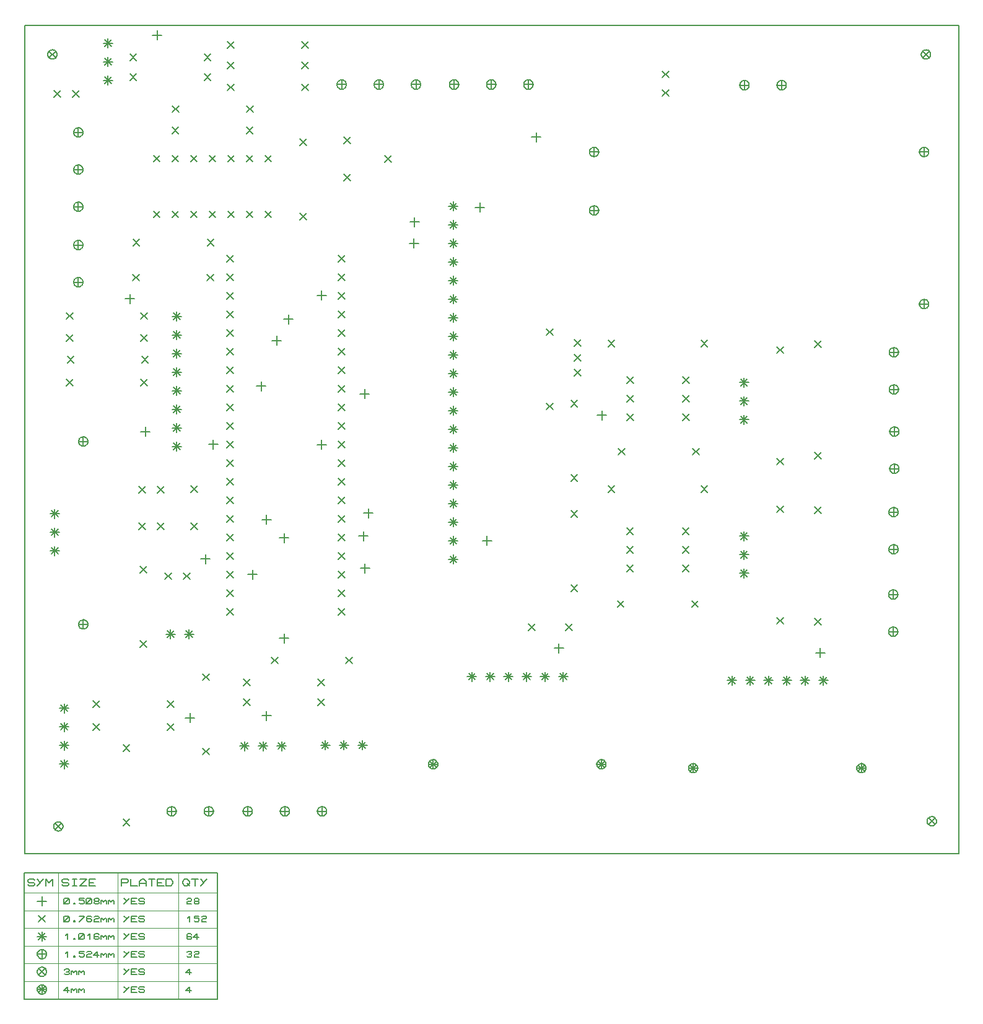
<source format=gbr>
G04 PROTEUS RS274X GERBER FILE*
%FSLAX45Y45*%
%MOMM*%
G01*
%ADD19C,0.203200*%
%ADD53C,0.127000*%
%ADD21C,0.063500*%
D19*
X+6233887Y+8891839D02*
X+6233887Y+8764839D01*
X+6170387Y+8828339D02*
X+6297387Y+8828339D01*
X+5333400Y+8403889D02*
X+5333400Y+8276889D01*
X+5269900Y+8340389D02*
X+5396900Y+8340389D01*
X+4659284Y+6344820D02*
X+4659284Y+6217820D01*
X+4595784Y+6281320D02*
X+4722784Y+6281320D01*
X+5340000Y+8693500D02*
X+5340000Y+8566500D01*
X+5276500Y+8630000D02*
X+5403500Y+8630000D01*
X+2590000Y+5653500D02*
X+2590000Y+5526500D01*
X+2526500Y+5590000D02*
X+2653500Y+5590000D01*
X+1450000Y+7643500D02*
X+1450000Y+7516500D01*
X+1386500Y+7580000D02*
X+1513500Y+7580000D01*
X+1820000Y+11246576D02*
X+1820000Y+11119576D01*
X+1756500Y+11183076D02*
X+1883500Y+11183076D01*
X+1660000Y+5830229D02*
X+1660000Y+5703229D01*
X+1596500Y+5766729D02*
X+1723500Y+5766729D01*
X+3246571Y+6450685D02*
X+3246571Y+6323685D01*
X+3183071Y+6387185D02*
X+3310071Y+6387185D01*
X+4710000Y+4713500D02*
X+4710000Y+4586500D01*
X+4646500Y+4650000D02*
X+4773500Y+4650000D01*
X+7002927Y+9855128D02*
X+7002927Y+9728128D01*
X+6939427Y+9791628D02*
X+7066427Y+9791628D01*
X+4070000Y+5649277D02*
X+4070000Y+5522277D01*
X+4006500Y+5585777D02*
X+4133500Y+5585777D01*
X+7313728Y+2871236D02*
X+7313728Y+2744236D01*
X+7250228Y+2807736D02*
X+7377228Y+2807736D01*
X+3615919Y+7364850D02*
X+3615919Y+7237850D01*
X+3552419Y+7301350D02*
X+3679419Y+7301350D01*
X+10885882Y+2805417D02*
X+10885882Y+2678417D01*
X+10822382Y+2741917D02*
X+10949382Y+2741917D01*
X+3454363Y+7074650D02*
X+3454363Y+6947650D01*
X+3390863Y+7011150D02*
X+3517863Y+7011150D01*
X+3557778Y+3005282D02*
X+3557778Y+2878282D01*
X+3494278Y+2941782D02*
X+3621278Y+2941782D01*
X+3557778Y+4378936D02*
X+3557778Y+4251936D01*
X+3494278Y+4315436D02*
X+3621278Y+4315436D01*
X+3314754Y+1946949D02*
X+3314754Y+1819949D01*
X+3251254Y+1883449D02*
X+3378254Y+1883449D01*
X+3314754Y+4628059D02*
X+3314754Y+4501059D01*
X+3251254Y+4564559D02*
X+3378254Y+4564559D01*
X+2269135Y+1917541D02*
X+2269135Y+1790541D01*
X+2205635Y+1854041D02*
X+2332635Y+1854041D01*
X+2481457Y+4087943D02*
X+2481457Y+3960943D01*
X+2417957Y+4024443D02*
X+2544957Y+4024443D01*
X+3126287Y+3875621D02*
X+3126287Y+3748621D01*
X+3062787Y+3812121D02*
X+3189787Y+3812121D01*
X+4070862Y+7690856D02*
X+4070862Y+7563856D01*
X+4007362Y+7627356D02*
X+4134362Y+7627356D01*
X+6330000Y+4337500D02*
X+6330000Y+4210500D01*
X+6266500Y+4274000D02*
X+6393500Y+4274000D01*
X+4640000Y+4403500D02*
X+4640000Y+4276500D01*
X+4576500Y+4340000D02*
X+4703500Y+4340000D01*
X+7900000Y+6053500D02*
X+7900000Y+5926500D01*
X+7836500Y+5990000D02*
X+7963500Y+5990000D01*
X+4662170Y+3962506D02*
X+4662170Y+3835506D01*
X+4598670Y+3899006D02*
X+4725670Y+3899006D01*
X+12393500Y+10920000D02*
X+12393283Y+10925247D01*
X+12391518Y+10935742D01*
X+12387826Y+10946237D01*
X+12381798Y+10956732D01*
X+12372576Y+10967112D01*
X+12362081Y+10974800D01*
X+12351586Y+10979718D01*
X+12341091Y+10982524D01*
X+12330596Y+10983497D01*
X+12330000Y+10983500D01*
X+12266500Y+10920000D02*
X+12266717Y+10925247D01*
X+12268482Y+10935742D01*
X+12272174Y+10946237D01*
X+12278202Y+10956732D01*
X+12287424Y+10967112D01*
X+12297919Y+10974800D01*
X+12308414Y+10979718D01*
X+12318909Y+10982524D01*
X+12329404Y+10983497D01*
X+12330000Y+10983500D01*
X+12266500Y+10920000D02*
X+12266717Y+10914753D01*
X+12268482Y+10904258D01*
X+12272174Y+10893763D01*
X+12278202Y+10883268D01*
X+12287424Y+10872888D01*
X+12297919Y+10865200D01*
X+12308414Y+10860282D01*
X+12318909Y+10857476D01*
X+12329404Y+10856503D01*
X+12330000Y+10856500D01*
X+12393500Y+10920000D02*
X+12393283Y+10914753D01*
X+12391518Y+10904258D01*
X+12387826Y+10893763D01*
X+12381798Y+10883268D01*
X+12372576Y+10872888D01*
X+12362081Y+10865200D01*
X+12351586Y+10860282D01*
X+12341091Y+10857476D01*
X+12330596Y+10856503D01*
X+12330000Y+10856500D01*
X+12285099Y+10964901D02*
X+12374901Y+10875099D01*
X+12285099Y+10875099D02*
X+12374901Y+10964901D01*
X+453500Y+10920000D02*
X+453283Y+10925247D01*
X+451518Y+10935742D01*
X+447826Y+10946237D01*
X+441798Y+10956732D01*
X+432576Y+10967112D01*
X+422081Y+10974800D01*
X+411586Y+10979718D01*
X+401091Y+10982524D01*
X+390596Y+10983497D01*
X+390000Y+10983500D01*
X+326500Y+10920000D02*
X+326717Y+10925247D01*
X+328482Y+10935742D01*
X+332174Y+10946237D01*
X+338202Y+10956732D01*
X+347424Y+10967112D01*
X+357919Y+10974800D01*
X+368414Y+10979718D01*
X+378909Y+10982524D01*
X+389404Y+10983497D01*
X+390000Y+10983500D01*
X+326500Y+10920000D02*
X+326717Y+10914753D01*
X+328482Y+10904258D01*
X+332174Y+10893763D01*
X+338202Y+10883268D01*
X+347424Y+10872888D01*
X+357919Y+10865200D01*
X+368414Y+10860282D01*
X+378909Y+10857476D01*
X+389404Y+10856503D01*
X+390000Y+10856500D01*
X+453500Y+10920000D02*
X+453283Y+10914753D01*
X+451518Y+10904258D01*
X+447826Y+10893763D01*
X+441798Y+10883268D01*
X+432576Y+10872888D01*
X+422081Y+10865200D01*
X+411586Y+10860282D01*
X+401091Y+10857476D01*
X+390596Y+10856503D01*
X+390000Y+10856500D01*
X+345099Y+10964901D02*
X+434901Y+10875099D01*
X+345099Y+10875099D02*
X+434901Y+10964901D01*
X+533500Y+370000D02*
X+533283Y+375247D01*
X+531518Y+385742D01*
X+527826Y+396237D01*
X+521798Y+406732D01*
X+512576Y+417112D01*
X+502081Y+424800D01*
X+491586Y+429718D01*
X+481091Y+432524D01*
X+470596Y+433497D01*
X+470000Y+433500D01*
X+406500Y+370000D02*
X+406717Y+375247D01*
X+408482Y+385742D01*
X+412174Y+396237D01*
X+418202Y+406732D01*
X+427424Y+417112D01*
X+437919Y+424800D01*
X+448414Y+429718D01*
X+458909Y+432524D01*
X+469404Y+433497D01*
X+470000Y+433500D01*
X+406500Y+370000D02*
X+406717Y+364753D01*
X+408482Y+354258D01*
X+412174Y+343763D01*
X+418202Y+333268D01*
X+427424Y+322888D01*
X+437919Y+315200D01*
X+448414Y+310282D01*
X+458909Y+307476D01*
X+469404Y+306503D01*
X+470000Y+306500D01*
X+533500Y+370000D02*
X+533283Y+364753D01*
X+531518Y+354258D01*
X+527826Y+343763D01*
X+521798Y+333268D01*
X+512576Y+322888D01*
X+502081Y+315200D01*
X+491586Y+310282D01*
X+481091Y+307476D01*
X+470596Y+306503D01*
X+470000Y+306500D01*
X+425099Y+414901D02*
X+514901Y+325099D01*
X+425099Y+325099D02*
X+514901Y+414901D01*
X+12473500Y+440000D02*
X+12473283Y+445247D01*
X+12471518Y+455742D01*
X+12467826Y+466237D01*
X+12461798Y+476732D01*
X+12452576Y+487112D01*
X+12442081Y+494800D01*
X+12431586Y+499718D01*
X+12421091Y+502524D01*
X+12410596Y+503497D01*
X+12410000Y+503500D01*
X+12346500Y+440000D02*
X+12346717Y+445247D01*
X+12348482Y+455742D01*
X+12352174Y+466237D01*
X+12358202Y+476732D01*
X+12367424Y+487112D01*
X+12377919Y+494800D01*
X+12388414Y+499718D01*
X+12398909Y+502524D01*
X+12409404Y+503497D01*
X+12410000Y+503500D01*
X+12346500Y+440000D02*
X+12346717Y+434753D01*
X+12348482Y+424258D01*
X+12352174Y+413763D01*
X+12358202Y+403268D01*
X+12367424Y+392888D01*
X+12377919Y+385200D01*
X+12388414Y+380282D01*
X+12398909Y+377476D01*
X+12409404Y+376503D01*
X+12410000Y+376500D01*
X+12473500Y+440000D02*
X+12473283Y+434753D01*
X+12471518Y+424258D01*
X+12467826Y+413763D01*
X+12461798Y+403268D01*
X+12452576Y+392888D01*
X+12442081Y+385200D01*
X+12431586Y+380282D01*
X+12421091Y+377476D01*
X+12410596Y+376503D01*
X+12410000Y+376500D01*
X+12365099Y+484901D02*
X+12454901Y+395099D01*
X+12365099Y+395099D02*
X+12454901Y+484901D01*
X+421920Y+4707860D02*
X+421920Y+4580860D01*
X+358420Y+4644360D02*
X+485420Y+4644360D01*
X+377019Y+4689261D02*
X+466821Y+4599459D01*
X+377019Y+4599459D02*
X+466821Y+4689261D01*
X+421920Y+4453860D02*
X+421920Y+4326860D01*
X+358420Y+4390360D02*
X+485420Y+4390360D01*
X+377019Y+4435261D02*
X+466821Y+4345459D01*
X+377019Y+4345459D02*
X+466821Y+4435261D01*
X+421920Y+4199860D02*
X+421920Y+4072860D01*
X+358420Y+4136360D02*
X+485420Y+4136360D01*
X+377019Y+4181261D02*
X+466821Y+4091459D01*
X+377019Y+4091459D02*
X+466821Y+4181261D01*
X+875420Y+3130360D02*
X+875203Y+3135607D01*
X+873438Y+3146102D01*
X+869746Y+3156597D01*
X+863718Y+3167092D01*
X+854496Y+3177472D01*
X+844001Y+3185160D01*
X+833506Y+3190078D01*
X+823011Y+3192884D01*
X+812516Y+3193857D01*
X+811920Y+3193860D01*
X+748420Y+3130360D02*
X+748637Y+3135607D01*
X+750402Y+3146102D01*
X+754094Y+3156597D01*
X+760122Y+3167092D01*
X+769344Y+3177472D01*
X+779839Y+3185160D01*
X+790334Y+3190078D01*
X+800829Y+3192884D01*
X+811324Y+3193857D01*
X+811920Y+3193860D01*
X+748420Y+3130360D02*
X+748637Y+3125113D01*
X+750402Y+3114618D01*
X+754094Y+3104123D01*
X+760122Y+3093628D01*
X+769344Y+3083248D01*
X+779839Y+3075560D01*
X+790334Y+3070642D01*
X+800829Y+3067836D01*
X+811324Y+3066863D01*
X+811920Y+3066860D01*
X+875420Y+3130360D02*
X+875203Y+3125113D01*
X+873438Y+3114618D01*
X+869746Y+3104123D01*
X+863718Y+3093628D01*
X+854496Y+3083248D01*
X+844001Y+3075560D01*
X+833506Y+3070642D01*
X+823011Y+3067836D01*
X+812516Y+3066863D01*
X+811920Y+3066860D01*
X+811920Y+3193860D02*
X+811920Y+3066860D01*
X+748420Y+3130360D02*
X+875420Y+3130360D01*
X+875420Y+5630360D02*
X+875203Y+5635607D01*
X+873438Y+5646102D01*
X+869746Y+5656597D01*
X+863718Y+5667092D01*
X+854496Y+5677472D01*
X+844001Y+5685160D01*
X+833506Y+5690078D01*
X+823011Y+5692884D01*
X+812516Y+5693857D01*
X+811920Y+5693860D01*
X+748420Y+5630360D02*
X+748637Y+5635607D01*
X+750402Y+5646102D01*
X+754094Y+5656597D01*
X+760122Y+5667092D01*
X+769344Y+5677472D01*
X+779839Y+5685160D01*
X+790334Y+5690078D01*
X+800829Y+5692884D01*
X+811324Y+5693857D01*
X+811920Y+5693860D01*
X+748420Y+5630360D02*
X+748637Y+5625113D01*
X+750402Y+5614618D01*
X+754094Y+5604123D01*
X+760122Y+5593628D01*
X+769344Y+5583248D01*
X+779839Y+5575560D01*
X+790334Y+5570642D01*
X+800829Y+5567836D01*
X+811324Y+5566863D01*
X+811920Y+5566860D01*
X+875420Y+5630360D02*
X+875203Y+5625113D01*
X+873438Y+5614618D01*
X+869746Y+5604123D01*
X+863718Y+5593628D01*
X+854496Y+5583248D01*
X+844001Y+5575560D01*
X+833506Y+5570642D01*
X+823011Y+5567836D01*
X+812516Y+5566863D01*
X+811920Y+5566860D01*
X+811920Y+5693860D02*
X+811920Y+5566860D01*
X+748420Y+5630360D02*
X+875420Y+5630360D01*
X+2775099Y+8174901D02*
X+2864901Y+8085099D01*
X+2775099Y+8085099D02*
X+2864901Y+8174901D01*
X+2775099Y+7920901D02*
X+2864901Y+7831099D01*
X+2775099Y+7831099D02*
X+2864901Y+7920901D01*
X+2775099Y+7666901D02*
X+2864901Y+7577099D01*
X+2775099Y+7577099D02*
X+2864901Y+7666901D01*
X+2775099Y+7412901D02*
X+2864901Y+7323099D01*
X+2775099Y+7323099D02*
X+2864901Y+7412901D01*
X+2775099Y+7158901D02*
X+2864901Y+7069099D01*
X+2775099Y+7069099D02*
X+2864901Y+7158901D01*
X+2775099Y+6904901D02*
X+2864901Y+6815099D01*
X+2775099Y+6815099D02*
X+2864901Y+6904901D01*
X+2775099Y+6650901D02*
X+2864901Y+6561099D01*
X+2775099Y+6561099D02*
X+2864901Y+6650901D01*
X+2775099Y+6396901D02*
X+2864901Y+6307099D01*
X+2775099Y+6307099D02*
X+2864901Y+6396901D01*
X+2775099Y+6142901D02*
X+2864901Y+6053099D01*
X+2775099Y+6053099D02*
X+2864901Y+6142901D01*
X+2775099Y+5888901D02*
X+2864901Y+5799099D01*
X+2775099Y+5799099D02*
X+2864901Y+5888901D01*
X+2775099Y+5634901D02*
X+2864901Y+5545099D01*
X+2775099Y+5545099D02*
X+2864901Y+5634901D01*
X+2775099Y+5380901D02*
X+2864901Y+5291099D01*
X+2775099Y+5291099D02*
X+2864901Y+5380901D01*
X+2775099Y+5126901D02*
X+2864901Y+5037099D01*
X+2775099Y+5037099D02*
X+2864901Y+5126901D01*
X+2775099Y+4872901D02*
X+2864901Y+4783099D01*
X+2775099Y+4783099D02*
X+2864901Y+4872901D01*
X+2775099Y+4618901D02*
X+2864901Y+4529099D01*
X+2775099Y+4529099D02*
X+2864901Y+4618901D01*
X+2775099Y+4364901D02*
X+2864901Y+4275099D01*
X+2775099Y+4275099D02*
X+2864901Y+4364901D01*
X+2775099Y+4110901D02*
X+2864901Y+4021099D01*
X+2775099Y+4021099D02*
X+2864901Y+4110901D01*
X+2775099Y+3856901D02*
X+2864901Y+3767099D01*
X+2775099Y+3767099D02*
X+2864901Y+3856901D01*
X+2775099Y+3602901D02*
X+2864901Y+3513099D01*
X+2775099Y+3513099D02*
X+2864901Y+3602901D01*
X+2775099Y+3348901D02*
X+2864901Y+3259099D01*
X+2775099Y+3259099D02*
X+2864901Y+3348901D01*
X+4299099Y+3348901D02*
X+4388901Y+3259099D01*
X+4299099Y+3259099D02*
X+4388901Y+3348901D01*
X+4299099Y+3602901D02*
X+4388901Y+3513099D01*
X+4299099Y+3513099D02*
X+4388901Y+3602901D01*
X+4299099Y+3856901D02*
X+4388901Y+3767099D01*
X+4299099Y+3767099D02*
X+4388901Y+3856901D01*
X+4299099Y+4110901D02*
X+4388901Y+4021099D01*
X+4299099Y+4021099D02*
X+4388901Y+4110901D01*
X+4299099Y+4364901D02*
X+4388901Y+4275099D01*
X+4299099Y+4275099D02*
X+4388901Y+4364901D01*
X+4299099Y+4618901D02*
X+4388901Y+4529099D01*
X+4299099Y+4529099D02*
X+4388901Y+4618901D01*
X+4299099Y+4872901D02*
X+4388901Y+4783099D01*
X+4299099Y+4783099D02*
X+4388901Y+4872901D01*
X+4299099Y+5126901D02*
X+4388901Y+5037099D01*
X+4299099Y+5037099D02*
X+4388901Y+5126901D01*
X+4299099Y+5380901D02*
X+4388901Y+5291099D01*
X+4299099Y+5291099D02*
X+4388901Y+5380901D01*
X+4299099Y+5634901D02*
X+4388901Y+5545099D01*
X+4299099Y+5545099D02*
X+4388901Y+5634901D01*
X+4299099Y+5888901D02*
X+4388901Y+5799099D01*
X+4299099Y+5799099D02*
X+4388901Y+5888901D01*
X+4299099Y+6142901D02*
X+4388901Y+6053099D01*
X+4299099Y+6053099D02*
X+4388901Y+6142901D01*
X+4299099Y+6396901D02*
X+4388901Y+6307099D01*
X+4299099Y+6307099D02*
X+4388901Y+6396901D01*
X+4299099Y+6650901D02*
X+4388901Y+6561099D01*
X+4299099Y+6561099D02*
X+4388901Y+6650901D01*
X+4299099Y+6904901D02*
X+4388901Y+6815099D01*
X+4299099Y+6815099D02*
X+4388901Y+6904901D01*
X+4299099Y+7158901D02*
X+4388901Y+7069099D01*
X+4299099Y+7069099D02*
X+4388901Y+7158901D01*
X+4299099Y+7412901D02*
X+4388901Y+7323099D01*
X+4299099Y+7323099D02*
X+4388901Y+7412901D01*
X+4299099Y+7666901D02*
X+4388901Y+7577099D01*
X+4299099Y+7577099D02*
X+4388901Y+7666901D01*
X+4299099Y+7920901D02*
X+4388901Y+7831099D01*
X+4299099Y+7831099D02*
X+4388901Y+7920901D01*
X+4299099Y+8174901D02*
X+4388901Y+8085099D01*
X+4299099Y+8085099D02*
X+4388901Y+8174901D01*
X+12367500Y+9588000D02*
X+12367283Y+9593247D01*
X+12365518Y+9603742D01*
X+12361826Y+9614237D01*
X+12355798Y+9624732D01*
X+12346576Y+9635112D01*
X+12336081Y+9642800D01*
X+12325586Y+9647718D01*
X+12315091Y+9650524D01*
X+12304596Y+9651497D01*
X+12304000Y+9651500D01*
X+12240500Y+9588000D02*
X+12240717Y+9593247D01*
X+12242482Y+9603742D01*
X+12246174Y+9614237D01*
X+12252202Y+9624732D01*
X+12261424Y+9635112D01*
X+12271919Y+9642800D01*
X+12282414Y+9647718D01*
X+12292909Y+9650524D01*
X+12303404Y+9651497D01*
X+12304000Y+9651500D01*
X+12240500Y+9588000D02*
X+12240717Y+9582753D01*
X+12242482Y+9572258D01*
X+12246174Y+9561763D01*
X+12252202Y+9551268D01*
X+12261424Y+9540888D01*
X+12271919Y+9533200D01*
X+12282414Y+9528282D01*
X+12292909Y+9525476D01*
X+12303404Y+9524503D01*
X+12304000Y+9524500D01*
X+12367500Y+9588000D02*
X+12367283Y+9582753D01*
X+12365518Y+9572258D01*
X+12361826Y+9561763D01*
X+12355798Y+9551268D01*
X+12346576Y+9540888D01*
X+12336081Y+9533200D01*
X+12325586Y+9528282D01*
X+12315091Y+9525476D01*
X+12304596Y+9524503D01*
X+12304000Y+9524500D01*
X+12304000Y+9651500D02*
X+12304000Y+9524500D01*
X+12240500Y+9588000D02*
X+12367500Y+9588000D01*
X+12367500Y+7508000D02*
X+12367283Y+7513247D01*
X+12365518Y+7523742D01*
X+12361826Y+7534237D01*
X+12355798Y+7544732D01*
X+12346576Y+7555112D01*
X+12336081Y+7562800D01*
X+12325586Y+7567718D01*
X+12315091Y+7570524D01*
X+12304596Y+7571497D01*
X+12304000Y+7571500D01*
X+12240500Y+7508000D02*
X+12240717Y+7513247D01*
X+12242482Y+7523742D01*
X+12246174Y+7534237D01*
X+12252202Y+7544732D01*
X+12261424Y+7555112D01*
X+12271919Y+7562800D01*
X+12282414Y+7567718D01*
X+12292909Y+7570524D01*
X+12303404Y+7571497D01*
X+12304000Y+7571500D01*
X+12240500Y+7508000D02*
X+12240717Y+7502753D01*
X+12242482Y+7492258D01*
X+12246174Y+7481763D01*
X+12252202Y+7471268D01*
X+12261424Y+7460888D01*
X+12271919Y+7453200D01*
X+12282414Y+7448282D01*
X+12292909Y+7445476D01*
X+12303404Y+7444503D01*
X+12304000Y+7444500D01*
X+12367500Y+7508000D02*
X+12367283Y+7502753D01*
X+12365518Y+7492258D01*
X+12361826Y+7481763D01*
X+12355798Y+7471268D01*
X+12346576Y+7460888D01*
X+12336081Y+7453200D01*
X+12325586Y+7448282D01*
X+12315091Y+7445476D01*
X+12304596Y+7444503D01*
X+12304000Y+7444500D01*
X+12304000Y+7571500D02*
X+12304000Y+7444500D01*
X+12240500Y+7508000D02*
X+12367500Y+7508000D01*
X+7857500Y+9588000D02*
X+7857283Y+9593247D01*
X+7855518Y+9603742D01*
X+7851826Y+9614237D01*
X+7845798Y+9624732D01*
X+7836576Y+9635112D01*
X+7826081Y+9642800D01*
X+7815586Y+9647718D01*
X+7805091Y+9650524D01*
X+7794596Y+9651497D01*
X+7794000Y+9651500D01*
X+7730500Y+9588000D02*
X+7730717Y+9593247D01*
X+7732482Y+9603742D01*
X+7736174Y+9614237D01*
X+7742202Y+9624732D01*
X+7751424Y+9635112D01*
X+7761919Y+9642800D01*
X+7772414Y+9647718D01*
X+7782909Y+9650524D01*
X+7793404Y+9651497D01*
X+7794000Y+9651500D01*
X+7730500Y+9588000D02*
X+7730717Y+9582753D01*
X+7732482Y+9572258D01*
X+7736174Y+9561763D01*
X+7742202Y+9551268D01*
X+7751424Y+9540888D01*
X+7761919Y+9533200D01*
X+7772414Y+9528282D01*
X+7782909Y+9525476D01*
X+7793404Y+9524503D01*
X+7794000Y+9524500D01*
X+7857500Y+9588000D02*
X+7857283Y+9582753D01*
X+7855518Y+9572258D01*
X+7851826Y+9561763D01*
X+7845798Y+9551268D01*
X+7836576Y+9540888D01*
X+7826081Y+9533200D01*
X+7815586Y+9528282D01*
X+7805091Y+9525476D01*
X+7794596Y+9524503D01*
X+7794000Y+9524500D01*
X+7794000Y+9651500D02*
X+7794000Y+9524500D01*
X+7730500Y+9588000D02*
X+7857500Y+9588000D01*
X+7857500Y+8788000D02*
X+7857283Y+8793247D01*
X+7855518Y+8803742D01*
X+7851826Y+8814237D01*
X+7845798Y+8824732D01*
X+7836576Y+8835112D01*
X+7826081Y+8842800D01*
X+7815586Y+8847718D01*
X+7805091Y+8850524D01*
X+7794596Y+8851497D01*
X+7794000Y+8851500D01*
X+7730500Y+8788000D02*
X+7730717Y+8793247D01*
X+7732482Y+8803742D01*
X+7736174Y+8814237D01*
X+7742202Y+8824732D01*
X+7751424Y+8835112D01*
X+7761919Y+8842800D01*
X+7772414Y+8847718D01*
X+7782909Y+8850524D01*
X+7793404Y+8851497D01*
X+7794000Y+8851500D01*
X+7730500Y+8788000D02*
X+7730717Y+8782753D01*
X+7732482Y+8772258D01*
X+7736174Y+8761763D01*
X+7742202Y+8751268D01*
X+7751424Y+8740888D01*
X+7761919Y+8733200D01*
X+7772414Y+8728282D01*
X+7782909Y+8725476D01*
X+7793404Y+8724503D01*
X+7794000Y+8724500D01*
X+7857500Y+8788000D02*
X+7857283Y+8782753D01*
X+7855518Y+8772258D01*
X+7851826Y+8761763D01*
X+7845798Y+8751268D01*
X+7836576Y+8740888D01*
X+7826081Y+8733200D01*
X+7815586Y+8728282D01*
X+7805091Y+8725476D01*
X+7794596Y+8724503D01*
X+7794000Y+8724500D01*
X+7794000Y+8851500D02*
X+7794000Y+8724500D01*
X+7730500Y+8788000D02*
X+7857500Y+8788000D01*
X+2509099Y+8392901D02*
X+2598901Y+8303099D01*
X+2509099Y+8303099D02*
X+2598901Y+8392901D01*
X+1493099Y+8392901D02*
X+1582901Y+8303099D01*
X+1493099Y+8303099D02*
X+1582901Y+8392901D01*
X+10928000Y+2429500D02*
X+10928000Y+2302500D01*
X+10864500Y+2366000D02*
X+10991500Y+2366000D01*
X+10883099Y+2410901D02*
X+10972901Y+2321099D01*
X+10883099Y+2321099D02*
X+10972901Y+2410901D01*
X+10678000Y+2429500D02*
X+10678000Y+2302500D01*
X+10614500Y+2366000D02*
X+10741500Y+2366000D01*
X+10633099Y+2410901D02*
X+10722901Y+2321099D01*
X+10633099Y+2321099D02*
X+10722901Y+2410901D01*
X+10428000Y+2429500D02*
X+10428000Y+2302500D01*
X+10364500Y+2366000D02*
X+10491500Y+2366000D01*
X+10383099Y+2410901D02*
X+10472901Y+2321099D01*
X+10383099Y+2321099D02*
X+10472901Y+2410901D01*
X+10178000Y+2429500D02*
X+10178000Y+2302500D01*
X+10114500Y+2366000D02*
X+10241500Y+2366000D01*
X+10133099Y+2410901D02*
X+10222901Y+2321099D01*
X+10133099Y+2321099D02*
X+10222901Y+2410901D01*
X+9928000Y+2429500D02*
X+9928000Y+2302500D01*
X+9864500Y+2366000D02*
X+9991500Y+2366000D01*
X+9883099Y+2410901D02*
X+9972901Y+2321099D01*
X+9883099Y+2321099D02*
X+9972901Y+2410901D01*
X+9678000Y+2429500D02*
X+9678000Y+2302500D01*
X+9614500Y+2366000D02*
X+9741500Y+2366000D01*
X+9633099Y+2410901D02*
X+9722901Y+2321099D01*
X+9633099Y+2321099D02*
X+9722901Y+2410901D01*
X+9211500Y+1166000D02*
X+9211283Y+1171247D01*
X+9209518Y+1181742D01*
X+9205826Y+1192237D01*
X+9199798Y+1202732D01*
X+9190576Y+1213112D01*
X+9180081Y+1220800D01*
X+9169586Y+1225718D01*
X+9159091Y+1228524D01*
X+9148596Y+1229497D01*
X+9148000Y+1229500D01*
X+9084500Y+1166000D02*
X+9084717Y+1171247D01*
X+9086482Y+1181742D01*
X+9090174Y+1192237D01*
X+9096202Y+1202732D01*
X+9105424Y+1213112D01*
X+9115919Y+1220800D01*
X+9126414Y+1225718D01*
X+9136909Y+1228524D01*
X+9147404Y+1229497D01*
X+9148000Y+1229500D01*
X+9084500Y+1166000D02*
X+9084717Y+1160753D01*
X+9086482Y+1150258D01*
X+9090174Y+1139763D01*
X+9096202Y+1129268D01*
X+9105424Y+1118888D01*
X+9115919Y+1111200D01*
X+9126414Y+1106282D01*
X+9136909Y+1103476D01*
X+9147404Y+1102503D01*
X+9148000Y+1102500D01*
X+9211500Y+1166000D02*
X+9211283Y+1160753D01*
X+9209518Y+1150258D01*
X+9205826Y+1139763D01*
X+9199798Y+1129268D01*
X+9190576Y+1118888D01*
X+9180081Y+1111200D01*
X+9169586Y+1106282D01*
X+9159091Y+1103476D01*
X+9148596Y+1102503D01*
X+9148000Y+1102500D01*
X+9148000Y+1229500D02*
X+9148000Y+1102500D01*
X+9084500Y+1166000D02*
X+9211500Y+1166000D01*
X+9211283Y+1171247D01*
X+9209518Y+1181742D01*
X+9205826Y+1192237D01*
X+9199798Y+1202732D01*
X+9190576Y+1213112D01*
X+9180081Y+1220800D01*
X+9169586Y+1225718D01*
X+9159091Y+1228524D01*
X+9148596Y+1229497D01*
X+9148000Y+1229500D01*
X+9084500Y+1166000D02*
X+9084717Y+1171247D01*
X+9086482Y+1181742D01*
X+9090174Y+1192237D01*
X+9096202Y+1202732D01*
X+9105424Y+1213112D01*
X+9115919Y+1220800D01*
X+9126414Y+1225718D01*
X+9136909Y+1228524D01*
X+9147404Y+1229497D01*
X+9148000Y+1229500D01*
X+9084500Y+1166000D02*
X+9084717Y+1160753D01*
X+9086482Y+1150258D01*
X+9090174Y+1139763D01*
X+9096202Y+1129268D01*
X+9105424Y+1118888D01*
X+9115919Y+1111200D01*
X+9126414Y+1106282D01*
X+9136909Y+1103476D01*
X+9147404Y+1102503D01*
X+9148000Y+1102500D01*
X+9211500Y+1166000D02*
X+9211283Y+1160753D01*
X+9209518Y+1150258D01*
X+9205826Y+1139763D01*
X+9199798Y+1129268D01*
X+9190576Y+1118888D01*
X+9180081Y+1111200D01*
X+9169586Y+1106282D01*
X+9159091Y+1103476D01*
X+9148596Y+1102503D01*
X+9148000Y+1102500D01*
X+9103099Y+1210901D02*
X+9192901Y+1121099D01*
X+9103099Y+1121099D02*
X+9192901Y+1210901D01*
X+11511500Y+1166000D02*
X+11511283Y+1171247D01*
X+11509518Y+1181742D01*
X+11505826Y+1192237D01*
X+11499798Y+1202732D01*
X+11490576Y+1213112D01*
X+11480081Y+1220800D01*
X+11469586Y+1225718D01*
X+11459091Y+1228524D01*
X+11448596Y+1229497D01*
X+11448000Y+1229500D01*
X+11384500Y+1166000D02*
X+11384717Y+1171247D01*
X+11386482Y+1181742D01*
X+11390174Y+1192237D01*
X+11396202Y+1202732D01*
X+11405424Y+1213112D01*
X+11415919Y+1220800D01*
X+11426414Y+1225718D01*
X+11436909Y+1228524D01*
X+11447404Y+1229497D01*
X+11448000Y+1229500D01*
X+11384500Y+1166000D02*
X+11384717Y+1160753D01*
X+11386482Y+1150258D01*
X+11390174Y+1139763D01*
X+11396202Y+1129268D01*
X+11405424Y+1118888D01*
X+11415919Y+1111200D01*
X+11426414Y+1106282D01*
X+11436909Y+1103476D01*
X+11447404Y+1102503D01*
X+11448000Y+1102500D01*
X+11511500Y+1166000D02*
X+11511283Y+1160753D01*
X+11509518Y+1150258D01*
X+11505826Y+1139763D01*
X+11499798Y+1129268D01*
X+11490576Y+1118888D01*
X+11480081Y+1111200D01*
X+11469586Y+1106282D01*
X+11459091Y+1103476D01*
X+11448596Y+1102503D01*
X+11448000Y+1102500D01*
X+11448000Y+1229500D02*
X+11448000Y+1102500D01*
X+11384500Y+1166000D02*
X+11511500Y+1166000D01*
X+11511283Y+1171247D01*
X+11509518Y+1181742D01*
X+11505826Y+1192237D01*
X+11499798Y+1202732D01*
X+11490576Y+1213112D01*
X+11480081Y+1220800D01*
X+11469586Y+1225718D01*
X+11459091Y+1228524D01*
X+11448596Y+1229497D01*
X+11448000Y+1229500D01*
X+11384500Y+1166000D02*
X+11384717Y+1171247D01*
X+11386482Y+1181742D01*
X+11390174Y+1192237D01*
X+11396202Y+1202732D01*
X+11405424Y+1213112D01*
X+11415919Y+1220800D01*
X+11426414Y+1225718D01*
X+11436909Y+1228524D01*
X+11447404Y+1229497D01*
X+11448000Y+1229500D01*
X+11384500Y+1166000D02*
X+11384717Y+1160753D01*
X+11386482Y+1150258D01*
X+11390174Y+1139763D01*
X+11396202Y+1129268D01*
X+11405424Y+1118888D01*
X+11415919Y+1111200D01*
X+11426414Y+1106282D01*
X+11436909Y+1103476D01*
X+11447404Y+1102503D01*
X+11448000Y+1102500D01*
X+11511500Y+1166000D02*
X+11511283Y+1160753D01*
X+11509518Y+1150258D01*
X+11505826Y+1139763D01*
X+11499798Y+1129268D01*
X+11490576Y+1118888D01*
X+11480081Y+1111200D01*
X+11469586Y+1106282D01*
X+11459091Y+1103476D01*
X+11448596Y+1102503D01*
X+11448000Y+1102500D01*
X+11403099Y+1210901D02*
X+11492901Y+1121099D01*
X+11403099Y+1121099D02*
X+11492901Y+1210901D01*
X+7374000Y+2481500D02*
X+7374000Y+2354500D01*
X+7310500Y+2418000D02*
X+7437500Y+2418000D01*
X+7329099Y+2462901D02*
X+7418901Y+2373099D01*
X+7329099Y+2373099D02*
X+7418901Y+2462901D01*
X+7124000Y+2481500D02*
X+7124000Y+2354500D01*
X+7060500Y+2418000D02*
X+7187500Y+2418000D01*
X+7079099Y+2462901D02*
X+7168901Y+2373099D01*
X+7079099Y+2373099D02*
X+7168901Y+2462901D01*
X+6874000Y+2481500D02*
X+6874000Y+2354500D01*
X+6810500Y+2418000D02*
X+6937500Y+2418000D01*
X+6829099Y+2462901D02*
X+6918901Y+2373099D01*
X+6829099Y+2373099D02*
X+6918901Y+2462901D01*
X+6624000Y+2481500D02*
X+6624000Y+2354500D01*
X+6560500Y+2418000D02*
X+6687500Y+2418000D01*
X+6579099Y+2462901D02*
X+6668901Y+2373099D01*
X+6579099Y+2373099D02*
X+6668901Y+2462901D01*
X+6374000Y+2481500D02*
X+6374000Y+2354500D01*
X+6310500Y+2418000D02*
X+6437500Y+2418000D01*
X+6329099Y+2462901D02*
X+6418901Y+2373099D01*
X+6329099Y+2373099D02*
X+6418901Y+2462901D01*
X+6124000Y+2481500D02*
X+6124000Y+2354500D01*
X+6060500Y+2418000D02*
X+6187500Y+2418000D01*
X+6079099Y+2462901D02*
X+6168901Y+2373099D01*
X+6079099Y+2373099D02*
X+6168901Y+2462901D01*
X+5657500Y+1218000D02*
X+5657283Y+1223247D01*
X+5655518Y+1233742D01*
X+5651826Y+1244237D01*
X+5645798Y+1254732D01*
X+5636576Y+1265112D01*
X+5626081Y+1272800D01*
X+5615586Y+1277718D01*
X+5605091Y+1280524D01*
X+5594596Y+1281497D01*
X+5594000Y+1281500D01*
X+5530500Y+1218000D02*
X+5530717Y+1223247D01*
X+5532482Y+1233742D01*
X+5536174Y+1244237D01*
X+5542202Y+1254732D01*
X+5551424Y+1265112D01*
X+5561919Y+1272800D01*
X+5572414Y+1277718D01*
X+5582909Y+1280524D01*
X+5593404Y+1281497D01*
X+5594000Y+1281500D01*
X+5530500Y+1218000D02*
X+5530717Y+1212753D01*
X+5532482Y+1202258D01*
X+5536174Y+1191763D01*
X+5542202Y+1181268D01*
X+5551424Y+1170888D01*
X+5561919Y+1163200D01*
X+5572414Y+1158282D01*
X+5582909Y+1155476D01*
X+5593404Y+1154503D01*
X+5594000Y+1154500D01*
X+5657500Y+1218000D02*
X+5657283Y+1212753D01*
X+5655518Y+1202258D01*
X+5651826Y+1191763D01*
X+5645798Y+1181268D01*
X+5636576Y+1170888D01*
X+5626081Y+1163200D01*
X+5615586Y+1158282D01*
X+5605091Y+1155476D01*
X+5594596Y+1154503D01*
X+5594000Y+1154500D01*
X+5594000Y+1281500D02*
X+5594000Y+1154500D01*
X+5530500Y+1218000D02*
X+5657500Y+1218000D01*
X+5657283Y+1223247D01*
X+5655518Y+1233742D01*
X+5651826Y+1244237D01*
X+5645798Y+1254732D01*
X+5636576Y+1265112D01*
X+5626081Y+1272800D01*
X+5615586Y+1277718D01*
X+5605091Y+1280524D01*
X+5594596Y+1281497D01*
X+5594000Y+1281500D01*
X+5530500Y+1218000D02*
X+5530717Y+1223247D01*
X+5532482Y+1233742D01*
X+5536174Y+1244237D01*
X+5542202Y+1254732D01*
X+5551424Y+1265112D01*
X+5561919Y+1272800D01*
X+5572414Y+1277718D01*
X+5582909Y+1280524D01*
X+5593404Y+1281497D01*
X+5594000Y+1281500D01*
X+5530500Y+1218000D02*
X+5530717Y+1212753D01*
X+5532482Y+1202258D01*
X+5536174Y+1191763D01*
X+5542202Y+1181268D01*
X+5551424Y+1170888D01*
X+5561919Y+1163200D01*
X+5572414Y+1158282D01*
X+5582909Y+1155476D01*
X+5593404Y+1154503D01*
X+5594000Y+1154500D01*
X+5657500Y+1218000D02*
X+5657283Y+1212753D01*
X+5655518Y+1202258D01*
X+5651826Y+1191763D01*
X+5645798Y+1181268D01*
X+5636576Y+1170888D01*
X+5626081Y+1163200D01*
X+5615586Y+1158282D01*
X+5605091Y+1155476D01*
X+5594596Y+1154503D01*
X+5594000Y+1154500D01*
X+5549099Y+1262901D02*
X+5638901Y+1173099D01*
X+5549099Y+1173099D02*
X+5638901Y+1262901D01*
X+7957500Y+1218000D02*
X+7957283Y+1223247D01*
X+7955518Y+1233742D01*
X+7951826Y+1244237D01*
X+7945798Y+1254732D01*
X+7936576Y+1265112D01*
X+7926081Y+1272800D01*
X+7915586Y+1277718D01*
X+7905091Y+1280524D01*
X+7894596Y+1281497D01*
X+7894000Y+1281500D01*
X+7830500Y+1218000D02*
X+7830717Y+1223247D01*
X+7832482Y+1233742D01*
X+7836174Y+1244237D01*
X+7842202Y+1254732D01*
X+7851424Y+1265112D01*
X+7861919Y+1272800D01*
X+7872414Y+1277718D01*
X+7882909Y+1280524D01*
X+7893404Y+1281497D01*
X+7894000Y+1281500D01*
X+7830500Y+1218000D02*
X+7830717Y+1212753D01*
X+7832482Y+1202258D01*
X+7836174Y+1191763D01*
X+7842202Y+1181268D01*
X+7851424Y+1170888D01*
X+7861919Y+1163200D01*
X+7872414Y+1158282D01*
X+7882909Y+1155476D01*
X+7893404Y+1154503D01*
X+7894000Y+1154500D01*
X+7957500Y+1218000D02*
X+7957283Y+1212753D01*
X+7955518Y+1202258D01*
X+7951826Y+1191763D01*
X+7945798Y+1181268D01*
X+7936576Y+1170888D01*
X+7926081Y+1163200D01*
X+7915586Y+1158282D01*
X+7905091Y+1155476D01*
X+7894596Y+1154503D01*
X+7894000Y+1154500D01*
X+7894000Y+1281500D02*
X+7894000Y+1154500D01*
X+7830500Y+1218000D02*
X+7957500Y+1218000D01*
X+7957283Y+1223247D01*
X+7955518Y+1233742D01*
X+7951826Y+1244237D01*
X+7945798Y+1254732D01*
X+7936576Y+1265112D01*
X+7926081Y+1272800D01*
X+7915586Y+1277718D01*
X+7905091Y+1280524D01*
X+7894596Y+1281497D01*
X+7894000Y+1281500D01*
X+7830500Y+1218000D02*
X+7830717Y+1223247D01*
X+7832482Y+1233742D01*
X+7836174Y+1244237D01*
X+7842202Y+1254732D01*
X+7851424Y+1265112D01*
X+7861919Y+1272800D01*
X+7872414Y+1277718D01*
X+7882909Y+1280524D01*
X+7893404Y+1281497D01*
X+7894000Y+1281500D01*
X+7830500Y+1218000D02*
X+7830717Y+1212753D01*
X+7832482Y+1202258D01*
X+7836174Y+1191763D01*
X+7842202Y+1181268D01*
X+7851424Y+1170888D01*
X+7861919Y+1163200D01*
X+7872414Y+1158282D01*
X+7882909Y+1155476D01*
X+7893404Y+1154503D01*
X+7894000Y+1154500D01*
X+7957500Y+1218000D02*
X+7957283Y+1212753D01*
X+7955518Y+1202258D01*
X+7951826Y+1191763D01*
X+7945798Y+1181268D01*
X+7936576Y+1170888D01*
X+7926081Y+1163200D01*
X+7915586Y+1158282D01*
X+7905091Y+1155476D01*
X+7894596Y+1154503D01*
X+7894000Y+1154500D01*
X+7849099Y+1262901D02*
X+7938901Y+1173099D01*
X+7849099Y+1173099D02*
X+7938901Y+1262901D01*
X+3295099Y+9540901D02*
X+3384901Y+9451099D01*
X+3295099Y+9451099D02*
X+3384901Y+9540901D01*
X+3041099Y+9540901D02*
X+3130901Y+9451099D01*
X+3041099Y+9451099D02*
X+3130901Y+9540901D01*
X+2787099Y+9540901D02*
X+2876901Y+9451099D01*
X+2787099Y+9451099D02*
X+2876901Y+9540901D01*
X+2533099Y+9540901D02*
X+2622901Y+9451099D01*
X+2533099Y+9451099D02*
X+2622901Y+9540901D01*
X+2279099Y+9540901D02*
X+2368901Y+9451099D01*
X+2279099Y+9451099D02*
X+2368901Y+9540901D01*
X+2025099Y+9540901D02*
X+2114901Y+9451099D01*
X+2025099Y+9451099D02*
X+2114901Y+9540901D01*
X+1771099Y+9540901D02*
X+1860901Y+9451099D01*
X+1771099Y+9451099D02*
X+1860901Y+9540901D01*
X+1771099Y+8778901D02*
X+1860901Y+8689099D01*
X+1771099Y+8689099D02*
X+1860901Y+8778901D01*
X+2025099Y+8778901D02*
X+2114901Y+8689099D01*
X+2025099Y+8689099D02*
X+2114901Y+8778901D01*
X+2279099Y+8778901D02*
X+2368901Y+8689099D01*
X+2279099Y+8689099D02*
X+2368901Y+8778901D01*
X+2533099Y+8778901D02*
X+2622901Y+8689099D01*
X+2533099Y+8689099D02*
X+2622901Y+8778901D01*
X+2787099Y+8778901D02*
X+2876901Y+8689099D01*
X+2787099Y+8689099D02*
X+2876901Y+8778901D01*
X+3041099Y+8778901D02*
X+3130901Y+8689099D01*
X+3041099Y+8689099D02*
X+3130901Y+8778901D01*
X+3295099Y+8778901D02*
X+3384901Y+8689099D01*
X+3295099Y+8689099D02*
X+3384901Y+8778901D01*
X+2285099Y+4518901D02*
X+2374901Y+4429099D01*
X+2285099Y+4429099D02*
X+2374901Y+4518901D01*
X+2285099Y+5026901D02*
X+2374901Y+4937099D01*
X+2285099Y+4937099D02*
X+2374901Y+5026901D01*
X+1828099Y+4516901D02*
X+1917901Y+4427099D01*
X+1828099Y+4427099D02*
X+1917901Y+4516901D01*
X+1574099Y+4516901D02*
X+1663901Y+4427099D01*
X+1574099Y+4427099D02*
X+1663901Y+4516901D01*
X+1828099Y+5016901D02*
X+1917901Y+4927099D01*
X+1828099Y+4927099D02*
X+1917901Y+5016901D01*
X+1574099Y+5016901D02*
X+1663901Y+4927099D01*
X+1574099Y+4927099D02*
X+1663901Y+5016901D01*
X+8245659Y+6513391D02*
X+8335461Y+6423589D01*
X+8245659Y+6423589D02*
X+8335461Y+6513391D01*
X+8245659Y+6259391D02*
X+8335461Y+6169589D01*
X+8245659Y+6169589D02*
X+8335461Y+6259391D01*
X+8245659Y+6005391D02*
X+8335461Y+5915589D01*
X+8245659Y+5915589D02*
X+8335461Y+6005391D01*
X+9007659Y+6005391D02*
X+9097461Y+5915589D01*
X+9007659Y+5915589D02*
X+9097461Y+6005391D01*
X+9007659Y+6259391D02*
X+9097461Y+6169589D01*
X+9007659Y+6169589D02*
X+9097461Y+6259391D01*
X+9007659Y+6513391D02*
X+9097461Y+6423589D01*
X+9007659Y+6423589D02*
X+9097461Y+6513391D01*
X+11946320Y+3031980D02*
X+11946103Y+3037227D01*
X+11944338Y+3047722D01*
X+11940646Y+3058217D01*
X+11934618Y+3068712D01*
X+11925396Y+3079092D01*
X+11914901Y+3086780D01*
X+11904406Y+3091698D01*
X+11893911Y+3094504D01*
X+11883416Y+3095477D01*
X+11882820Y+3095480D01*
X+11819320Y+3031980D02*
X+11819537Y+3037227D01*
X+11821302Y+3047722D01*
X+11824994Y+3058217D01*
X+11831022Y+3068712D01*
X+11840244Y+3079092D01*
X+11850739Y+3086780D01*
X+11861234Y+3091698D01*
X+11871729Y+3094504D01*
X+11882224Y+3095477D01*
X+11882820Y+3095480D01*
X+11819320Y+3031980D02*
X+11819537Y+3026733D01*
X+11821302Y+3016238D01*
X+11824994Y+3005743D01*
X+11831022Y+2995248D01*
X+11840244Y+2984868D01*
X+11850739Y+2977180D01*
X+11861234Y+2972262D01*
X+11871729Y+2969456D01*
X+11882224Y+2968483D01*
X+11882820Y+2968480D01*
X+11946320Y+3031980D02*
X+11946103Y+3026733D01*
X+11944338Y+3016238D01*
X+11940646Y+3005743D01*
X+11934618Y+2995248D01*
X+11925396Y+2984868D01*
X+11914901Y+2977180D01*
X+11904406Y+2972262D01*
X+11893911Y+2969456D01*
X+11883416Y+2968483D01*
X+11882820Y+2968480D01*
X+11882820Y+3095480D02*
X+11882820Y+2968480D01*
X+11819320Y+3031980D02*
X+11946320Y+3031980D01*
X+11946320Y+3539980D02*
X+11946103Y+3545227D01*
X+11944338Y+3555722D01*
X+11940646Y+3566217D01*
X+11934618Y+3576712D01*
X+11925396Y+3587092D01*
X+11914901Y+3594780D01*
X+11904406Y+3599698D01*
X+11893911Y+3602504D01*
X+11883416Y+3603477D01*
X+11882820Y+3603480D01*
X+11819320Y+3539980D02*
X+11819537Y+3545227D01*
X+11821302Y+3555722D01*
X+11824994Y+3566217D01*
X+11831022Y+3576712D01*
X+11840244Y+3587092D01*
X+11850739Y+3594780D01*
X+11861234Y+3599698D01*
X+11871729Y+3602504D01*
X+11882224Y+3603477D01*
X+11882820Y+3603480D01*
X+11819320Y+3539980D02*
X+11819537Y+3534733D01*
X+11821302Y+3524238D01*
X+11824994Y+3513743D01*
X+11831022Y+3503248D01*
X+11840244Y+3492868D01*
X+11850739Y+3485180D01*
X+11861234Y+3480262D01*
X+11871729Y+3477456D01*
X+11882224Y+3476483D01*
X+11882820Y+3476480D01*
X+11946320Y+3539980D02*
X+11946103Y+3534733D01*
X+11944338Y+3524238D01*
X+11940646Y+3513743D01*
X+11934618Y+3503248D01*
X+11925396Y+3492868D01*
X+11914901Y+3485180D01*
X+11904406Y+3480262D01*
X+11893911Y+3477456D01*
X+11883416Y+3476483D01*
X+11882820Y+3476480D01*
X+11882820Y+3603480D02*
X+11882820Y+3476480D01*
X+11819320Y+3539980D02*
X+11946320Y+3539980D01*
X+11951320Y+4156480D02*
X+11951103Y+4161727D01*
X+11949338Y+4172222D01*
X+11945646Y+4182717D01*
X+11939618Y+4193212D01*
X+11930396Y+4203592D01*
X+11919901Y+4211280D01*
X+11909406Y+4216198D01*
X+11898911Y+4219004D01*
X+11888416Y+4219977D01*
X+11887820Y+4219980D01*
X+11824320Y+4156480D02*
X+11824537Y+4161727D01*
X+11826302Y+4172222D01*
X+11829994Y+4182717D01*
X+11836022Y+4193212D01*
X+11845244Y+4203592D01*
X+11855739Y+4211280D01*
X+11866234Y+4216198D01*
X+11876729Y+4219004D01*
X+11887224Y+4219977D01*
X+11887820Y+4219980D01*
X+11824320Y+4156480D02*
X+11824537Y+4151233D01*
X+11826302Y+4140738D01*
X+11829994Y+4130243D01*
X+11836022Y+4119748D01*
X+11845244Y+4109368D01*
X+11855739Y+4101680D01*
X+11866234Y+4096762D01*
X+11876729Y+4093956D01*
X+11887224Y+4092983D01*
X+11887820Y+4092980D01*
X+11951320Y+4156480D02*
X+11951103Y+4151233D01*
X+11949338Y+4140738D01*
X+11945646Y+4130243D01*
X+11939618Y+4119748D01*
X+11930396Y+4109368D01*
X+11919901Y+4101680D01*
X+11909406Y+4096762D01*
X+11898911Y+4093956D01*
X+11888416Y+4092983D01*
X+11887820Y+4092980D01*
X+11887820Y+4219980D02*
X+11887820Y+4092980D01*
X+11824320Y+4156480D02*
X+11951320Y+4156480D01*
X+11951320Y+4664480D02*
X+11951103Y+4669727D01*
X+11949338Y+4680222D01*
X+11945646Y+4690717D01*
X+11939618Y+4701212D01*
X+11930396Y+4711592D01*
X+11919901Y+4719280D01*
X+11909406Y+4724198D01*
X+11898911Y+4727004D01*
X+11888416Y+4727977D01*
X+11887820Y+4727980D01*
X+11824320Y+4664480D02*
X+11824537Y+4669727D01*
X+11826302Y+4680222D01*
X+11829994Y+4690717D01*
X+11836022Y+4701212D01*
X+11845244Y+4711592D01*
X+11855739Y+4719280D01*
X+11866234Y+4724198D01*
X+11876729Y+4727004D01*
X+11887224Y+4727977D01*
X+11887820Y+4727980D01*
X+11824320Y+4664480D02*
X+11824537Y+4659233D01*
X+11826302Y+4648738D01*
X+11829994Y+4638243D01*
X+11836022Y+4627748D01*
X+11845244Y+4617368D01*
X+11855739Y+4609680D01*
X+11866234Y+4604762D01*
X+11876729Y+4601956D01*
X+11887224Y+4600983D01*
X+11887820Y+4600980D01*
X+11951320Y+4664480D02*
X+11951103Y+4659233D01*
X+11949338Y+4648738D01*
X+11945646Y+4638243D01*
X+11939618Y+4627748D01*
X+11930396Y+4617368D01*
X+11919901Y+4609680D01*
X+11909406Y+4604762D01*
X+11898911Y+4601956D01*
X+11888416Y+4600983D01*
X+11887820Y+4600980D01*
X+11887820Y+4727980D02*
X+11887820Y+4600980D01*
X+11824320Y+4664480D02*
X+11951320Y+4664480D01*
X+11961480Y+5766040D02*
X+11961263Y+5771287D01*
X+11959498Y+5781782D01*
X+11955806Y+5792277D01*
X+11949778Y+5802772D01*
X+11940556Y+5813152D01*
X+11930061Y+5820840D01*
X+11919566Y+5825758D01*
X+11909071Y+5828564D01*
X+11898576Y+5829537D01*
X+11897980Y+5829540D01*
X+11834480Y+5766040D02*
X+11834697Y+5771287D01*
X+11836462Y+5781782D01*
X+11840154Y+5792277D01*
X+11846182Y+5802772D01*
X+11855404Y+5813152D01*
X+11865899Y+5820840D01*
X+11876394Y+5825758D01*
X+11886889Y+5828564D01*
X+11897384Y+5829537D01*
X+11897980Y+5829540D01*
X+11834480Y+5766040D02*
X+11834697Y+5760793D01*
X+11836462Y+5750298D01*
X+11840154Y+5739803D01*
X+11846182Y+5729308D01*
X+11855404Y+5718928D01*
X+11865899Y+5711240D01*
X+11876394Y+5706322D01*
X+11886889Y+5703516D01*
X+11897384Y+5702543D01*
X+11897980Y+5702540D01*
X+11961480Y+5766040D02*
X+11961263Y+5760793D01*
X+11959498Y+5750298D01*
X+11955806Y+5739803D01*
X+11949778Y+5729308D01*
X+11940556Y+5718928D01*
X+11930061Y+5711240D01*
X+11919566Y+5706322D01*
X+11909071Y+5703516D01*
X+11898576Y+5702543D01*
X+11897980Y+5702540D01*
X+11897980Y+5829540D02*
X+11897980Y+5702540D01*
X+11834480Y+5766040D02*
X+11961480Y+5766040D01*
X+11961480Y+5258040D02*
X+11961263Y+5263287D01*
X+11959498Y+5273782D01*
X+11955806Y+5284277D01*
X+11949778Y+5294772D01*
X+11940556Y+5305152D01*
X+11930061Y+5312840D01*
X+11919566Y+5317758D01*
X+11909071Y+5320564D01*
X+11898576Y+5321537D01*
X+11897980Y+5321540D01*
X+11834480Y+5258040D02*
X+11834697Y+5263287D01*
X+11836462Y+5273782D01*
X+11840154Y+5284277D01*
X+11846182Y+5294772D01*
X+11855404Y+5305152D01*
X+11865899Y+5312840D01*
X+11876394Y+5317758D01*
X+11886889Y+5320564D01*
X+11897384Y+5321537D01*
X+11897980Y+5321540D01*
X+11834480Y+5258040D02*
X+11834697Y+5252793D01*
X+11836462Y+5242298D01*
X+11840154Y+5231803D01*
X+11846182Y+5221308D01*
X+11855404Y+5210928D01*
X+11865899Y+5203240D01*
X+11876394Y+5198322D01*
X+11886889Y+5195516D01*
X+11897384Y+5194543D01*
X+11897980Y+5194540D01*
X+11961480Y+5258040D02*
X+11961263Y+5252793D01*
X+11959498Y+5242298D01*
X+11955806Y+5231803D01*
X+11949778Y+5221308D01*
X+11940556Y+5210928D01*
X+11930061Y+5203240D01*
X+11919566Y+5198322D01*
X+11909071Y+5195516D01*
X+11898576Y+5194543D01*
X+11897980Y+5194540D01*
X+11897980Y+5321540D02*
X+11897980Y+5194540D01*
X+11834480Y+5258040D02*
X+11961480Y+5258040D01*
X+2090000Y+7405500D02*
X+2090000Y+7278500D01*
X+2026500Y+7342000D02*
X+2153500Y+7342000D01*
X+2045099Y+7386901D02*
X+2134901Y+7297099D01*
X+2045099Y+7297099D02*
X+2134901Y+7386901D01*
X+2090000Y+7151500D02*
X+2090000Y+7024500D01*
X+2026500Y+7088000D02*
X+2153500Y+7088000D01*
X+2045099Y+7132901D02*
X+2134901Y+7043099D01*
X+2045099Y+7043099D02*
X+2134901Y+7132901D01*
X+2090000Y+6897500D02*
X+2090000Y+6770500D01*
X+2026500Y+6834000D02*
X+2153500Y+6834000D01*
X+2045099Y+6878901D02*
X+2134901Y+6789099D01*
X+2045099Y+6789099D02*
X+2134901Y+6878901D01*
X+2090000Y+6643500D02*
X+2090000Y+6516500D01*
X+2026500Y+6580000D02*
X+2153500Y+6580000D01*
X+2045099Y+6624901D02*
X+2134901Y+6535099D01*
X+2045099Y+6535099D02*
X+2134901Y+6624901D01*
X+2090000Y+6389500D02*
X+2090000Y+6262500D01*
X+2026500Y+6326000D02*
X+2153500Y+6326000D01*
X+2045099Y+6370901D02*
X+2134901Y+6281099D01*
X+2045099Y+6281099D02*
X+2134901Y+6370901D01*
X+2090000Y+6135500D02*
X+2090000Y+6008500D01*
X+2026500Y+6072000D02*
X+2153500Y+6072000D01*
X+2045099Y+6116901D02*
X+2134901Y+6027099D01*
X+2045099Y+6027099D02*
X+2134901Y+6116901D01*
X+2090000Y+5881500D02*
X+2090000Y+5754500D01*
X+2026500Y+5818000D02*
X+2153500Y+5818000D01*
X+2045099Y+5862901D02*
X+2134901Y+5773099D01*
X+2045099Y+5773099D02*
X+2134901Y+5862901D01*
X+2090000Y+5627500D02*
X+2090000Y+5500500D01*
X+2026500Y+5564000D02*
X+2153500Y+5564000D01*
X+2045099Y+5608901D02*
X+2134901Y+5519099D01*
X+2045099Y+5519099D02*
X+2134901Y+5608901D01*
X+1599099Y+7392901D02*
X+1688901Y+7303099D01*
X+1599099Y+7303099D02*
X+1688901Y+7392901D01*
X+583099Y+7392901D02*
X+672901Y+7303099D01*
X+583099Y+7303099D02*
X+672901Y+7392901D01*
X+1599099Y+7092901D02*
X+1688901Y+7003099D01*
X+1599099Y+7003099D02*
X+1688901Y+7092901D01*
X+583099Y+7092901D02*
X+672901Y+7003099D01*
X+583099Y+7003099D02*
X+672901Y+7092901D01*
X+1609099Y+6792901D02*
X+1698901Y+6703099D01*
X+1609099Y+6703099D02*
X+1698901Y+6792901D01*
X+593099Y+6792901D02*
X+682901Y+6703099D01*
X+593099Y+6703099D02*
X+682901Y+6792901D01*
X+1599099Y+6482901D02*
X+1688901Y+6393099D01*
X+1599099Y+6393099D02*
X+1688901Y+6482901D01*
X+583099Y+6482901D02*
X+672901Y+6393099D01*
X+583099Y+6393099D02*
X+672901Y+6482901D01*
X+2004000Y+3061500D02*
X+2004000Y+2934500D01*
X+1940500Y+2998000D02*
X+2067500Y+2998000D01*
X+1959099Y+3042901D02*
X+2048901Y+2953099D01*
X+1959099Y+2953099D02*
X+2048901Y+3042901D01*
X+2258000Y+3061500D02*
X+2258000Y+2934500D01*
X+2194500Y+2998000D02*
X+2321500Y+2998000D01*
X+2213099Y+3042901D02*
X+2302901Y+2953099D01*
X+2213099Y+2953099D02*
X+2302901Y+3042901D01*
X+1589099Y+3922901D02*
X+1678901Y+3833099D01*
X+1589099Y+3833099D02*
X+1678901Y+3922901D01*
X+1589099Y+2906901D02*
X+1678901Y+2817099D01*
X+1589099Y+2817099D02*
X+1678901Y+2906901D01*
X+3041099Y+9928901D02*
X+3130901Y+9839099D01*
X+3041099Y+9839099D02*
X+3130901Y+9928901D01*
X+2025099Y+9928901D02*
X+2114901Y+9839099D01*
X+2025099Y+9839099D02*
X+2114901Y+9928901D01*
X+3045099Y+10218901D02*
X+3134901Y+10129099D01*
X+3045099Y+10129099D02*
X+3134901Y+10218901D01*
X+2029099Y+10218901D02*
X+2118901Y+10129099D01*
X+2029099Y+10129099D02*
X+2118901Y+10218901D01*
X+3775099Y+9766901D02*
X+3864901Y+9677099D01*
X+3775099Y+9677099D02*
X+3864901Y+9766901D01*
X+3775099Y+8750901D02*
X+3864901Y+8661099D01*
X+3775099Y+8661099D02*
X+3864901Y+8750901D01*
X+807500Y+8838000D02*
X+807283Y+8843247D01*
X+805518Y+8853742D01*
X+801826Y+8864237D01*
X+795798Y+8874732D01*
X+786576Y+8885112D01*
X+776081Y+8892800D01*
X+765586Y+8897718D01*
X+755091Y+8900524D01*
X+744596Y+8901497D01*
X+744000Y+8901500D01*
X+680500Y+8838000D02*
X+680717Y+8843247D01*
X+682482Y+8853742D01*
X+686174Y+8864237D01*
X+692202Y+8874732D01*
X+701424Y+8885112D01*
X+711919Y+8892800D01*
X+722414Y+8897718D01*
X+732909Y+8900524D01*
X+743404Y+8901497D01*
X+744000Y+8901500D01*
X+680500Y+8838000D02*
X+680717Y+8832753D01*
X+682482Y+8822258D01*
X+686174Y+8811763D01*
X+692202Y+8801268D01*
X+701424Y+8790888D01*
X+711919Y+8783200D01*
X+722414Y+8778282D01*
X+732909Y+8775476D01*
X+743404Y+8774503D01*
X+744000Y+8774500D01*
X+807500Y+8838000D02*
X+807283Y+8832753D01*
X+805518Y+8822258D01*
X+801826Y+8811763D01*
X+795798Y+8801268D01*
X+786576Y+8790888D01*
X+776081Y+8783200D01*
X+765586Y+8778282D01*
X+755091Y+8775476D01*
X+744596Y+8774503D01*
X+744000Y+8774500D01*
X+744000Y+8901500D02*
X+744000Y+8774500D01*
X+680500Y+8838000D02*
X+807500Y+8838000D01*
X+807500Y+9346000D02*
X+807283Y+9351247D01*
X+805518Y+9361742D01*
X+801826Y+9372237D01*
X+795798Y+9382732D01*
X+786576Y+9393112D01*
X+776081Y+9400800D01*
X+765586Y+9405718D01*
X+755091Y+9408524D01*
X+744596Y+9409497D01*
X+744000Y+9409500D01*
X+680500Y+9346000D02*
X+680717Y+9351247D01*
X+682482Y+9361742D01*
X+686174Y+9372237D01*
X+692202Y+9382732D01*
X+701424Y+9393112D01*
X+711919Y+9400800D01*
X+722414Y+9405718D01*
X+732909Y+9408524D01*
X+743404Y+9409497D01*
X+744000Y+9409500D01*
X+680500Y+9346000D02*
X+680717Y+9340753D01*
X+682482Y+9330258D01*
X+686174Y+9319763D01*
X+692202Y+9309268D01*
X+701424Y+9298888D01*
X+711919Y+9291200D01*
X+722414Y+9286282D01*
X+732909Y+9283476D01*
X+743404Y+9282503D01*
X+744000Y+9282500D01*
X+807500Y+9346000D02*
X+807283Y+9340753D01*
X+805518Y+9330258D01*
X+801826Y+9319763D01*
X+795798Y+9309268D01*
X+786576Y+9298888D01*
X+776081Y+9291200D01*
X+765586Y+9286282D01*
X+755091Y+9283476D01*
X+744596Y+9282503D01*
X+744000Y+9282500D01*
X+744000Y+9409500D02*
X+744000Y+9282500D01*
X+680500Y+9346000D02*
X+807500Y+9346000D01*
X+807500Y+9854000D02*
X+807283Y+9859247D01*
X+805518Y+9869742D01*
X+801826Y+9880237D01*
X+795798Y+9890732D01*
X+786576Y+9901112D01*
X+776081Y+9908800D01*
X+765586Y+9913718D01*
X+755091Y+9916524D01*
X+744596Y+9917497D01*
X+744000Y+9917500D01*
X+680500Y+9854000D02*
X+680717Y+9859247D01*
X+682482Y+9869742D01*
X+686174Y+9880237D01*
X+692202Y+9890732D01*
X+701424Y+9901112D01*
X+711919Y+9908800D01*
X+722414Y+9913718D01*
X+732909Y+9916524D01*
X+743404Y+9917497D01*
X+744000Y+9917500D01*
X+680500Y+9854000D02*
X+680717Y+9848753D01*
X+682482Y+9838258D01*
X+686174Y+9827763D01*
X+692202Y+9817268D01*
X+701424Y+9806888D01*
X+711919Y+9799200D01*
X+722414Y+9794282D01*
X+732909Y+9791476D01*
X+743404Y+9790503D01*
X+744000Y+9790500D01*
X+807500Y+9854000D02*
X+807283Y+9848753D01*
X+805518Y+9838258D01*
X+801826Y+9827763D01*
X+795798Y+9817268D01*
X+786576Y+9806888D01*
X+776081Y+9799200D01*
X+765586Y+9794282D01*
X+755091Y+9791476D01*
X+744596Y+9790503D01*
X+744000Y+9790500D01*
X+744000Y+9917500D02*
X+744000Y+9790500D01*
X+680500Y+9854000D02*
X+807500Y+9854000D01*
X+807500Y+7808000D02*
X+807283Y+7813247D01*
X+805518Y+7823742D01*
X+801826Y+7834237D01*
X+795798Y+7844732D01*
X+786576Y+7855112D01*
X+776081Y+7862800D01*
X+765586Y+7867718D01*
X+755091Y+7870524D01*
X+744596Y+7871497D01*
X+744000Y+7871500D01*
X+680500Y+7808000D02*
X+680717Y+7813247D01*
X+682482Y+7823742D01*
X+686174Y+7834237D01*
X+692202Y+7844732D01*
X+701424Y+7855112D01*
X+711919Y+7862800D01*
X+722414Y+7867718D01*
X+732909Y+7870524D01*
X+743404Y+7871497D01*
X+744000Y+7871500D01*
X+680500Y+7808000D02*
X+680717Y+7802753D01*
X+682482Y+7792258D01*
X+686174Y+7781763D01*
X+692202Y+7771268D01*
X+701424Y+7760888D01*
X+711919Y+7753200D01*
X+722414Y+7748282D01*
X+732909Y+7745476D01*
X+743404Y+7744503D01*
X+744000Y+7744500D01*
X+807500Y+7808000D02*
X+807283Y+7802753D01*
X+805518Y+7792258D01*
X+801826Y+7781763D01*
X+795798Y+7771268D01*
X+786576Y+7760888D01*
X+776081Y+7753200D01*
X+765586Y+7748282D01*
X+755091Y+7745476D01*
X+744596Y+7744503D01*
X+744000Y+7744500D01*
X+744000Y+7871500D02*
X+744000Y+7744500D01*
X+680500Y+7808000D02*
X+807500Y+7808000D01*
X+807500Y+8316000D02*
X+807283Y+8321247D01*
X+805518Y+8331742D01*
X+801826Y+8342237D01*
X+795798Y+8352732D01*
X+786576Y+8363112D01*
X+776081Y+8370800D01*
X+765586Y+8375718D01*
X+755091Y+8378524D01*
X+744596Y+8379497D01*
X+744000Y+8379500D01*
X+680500Y+8316000D02*
X+680717Y+8321247D01*
X+682482Y+8331742D01*
X+686174Y+8342237D01*
X+692202Y+8352732D01*
X+701424Y+8363112D01*
X+711919Y+8370800D01*
X+722414Y+8375718D01*
X+732909Y+8378524D01*
X+743404Y+8379497D01*
X+744000Y+8379500D01*
X+680500Y+8316000D02*
X+680717Y+8310753D01*
X+682482Y+8300258D01*
X+686174Y+8289763D01*
X+692202Y+8279268D01*
X+701424Y+8268888D01*
X+711919Y+8261200D01*
X+722414Y+8256282D01*
X+732909Y+8253476D01*
X+743404Y+8252503D01*
X+744000Y+8252500D01*
X+807500Y+8316000D02*
X+807283Y+8310753D01*
X+805518Y+8300258D01*
X+801826Y+8289763D01*
X+795798Y+8279268D01*
X+786576Y+8268888D01*
X+776081Y+8261200D01*
X+765586Y+8256282D01*
X+755091Y+8253476D01*
X+744596Y+8252503D01*
X+744000Y+8252500D01*
X+744000Y+8379500D02*
X+744000Y+8252500D01*
X+680500Y+8316000D02*
X+807500Y+8316000D01*
X+4407500Y+10509000D02*
X+4407283Y+10514247D01*
X+4405518Y+10524742D01*
X+4401826Y+10535237D01*
X+4395798Y+10545732D01*
X+4386576Y+10556112D01*
X+4376081Y+10563800D01*
X+4365586Y+10568718D01*
X+4355091Y+10571524D01*
X+4344596Y+10572497D01*
X+4344000Y+10572500D01*
X+4280500Y+10509000D02*
X+4280717Y+10514247D01*
X+4282482Y+10524742D01*
X+4286174Y+10535237D01*
X+4292202Y+10545732D01*
X+4301424Y+10556112D01*
X+4311919Y+10563800D01*
X+4322414Y+10568718D01*
X+4332909Y+10571524D01*
X+4343404Y+10572497D01*
X+4344000Y+10572500D01*
X+4280500Y+10509000D02*
X+4280717Y+10503753D01*
X+4282482Y+10493258D01*
X+4286174Y+10482763D01*
X+4292202Y+10472268D01*
X+4301424Y+10461888D01*
X+4311919Y+10454200D01*
X+4322414Y+10449282D01*
X+4332909Y+10446476D01*
X+4343404Y+10445503D01*
X+4344000Y+10445500D01*
X+4407500Y+10509000D02*
X+4407283Y+10503753D01*
X+4405518Y+10493258D01*
X+4401826Y+10482763D01*
X+4395798Y+10472268D01*
X+4386576Y+10461888D01*
X+4376081Y+10454200D01*
X+4365586Y+10449282D01*
X+4355091Y+10446476D01*
X+4344596Y+10445503D01*
X+4344000Y+10445500D01*
X+4344000Y+10572500D02*
X+4344000Y+10445500D01*
X+4280500Y+10509000D02*
X+4407500Y+10509000D01*
X+4915500Y+10509000D02*
X+4915283Y+10514247D01*
X+4913518Y+10524742D01*
X+4909826Y+10535237D01*
X+4903798Y+10545732D01*
X+4894576Y+10556112D01*
X+4884081Y+10563800D01*
X+4873586Y+10568718D01*
X+4863091Y+10571524D01*
X+4852596Y+10572497D01*
X+4852000Y+10572500D01*
X+4788500Y+10509000D02*
X+4788717Y+10514247D01*
X+4790482Y+10524742D01*
X+4794174Y+10535237D01*
X+4800202Y+10545732D01*
X+4809424Y+10556112D01*
X+4819919Y+10563800D01*
X+4830414Y+10568718D01*
X+4840909Y+10571524D01*
X+4851404Y+10572497D01*
X+4852000Y+10572500D01*
X+4788500Y+10509000D02*
X+4788717Y+10503753D01*
X+4790482Y+10493258D01*
X+4794174Y+10482763D01*
X+4800202Y+10472268D01*
X+4809424Y+10461888D01*
X+4819919Y+10454200D01*
X+4830414Y+10449282D01*
X+4840909Y+10446476D01*
X+4851404Y+10445503D01*
X+4852000Y+10445500D01*
X+4915500Y+10509000D02*
X+4915283Y+10503753D01*
X+4913518Y+10493258D01*
X+4909826Y+10482763D01*
X+4903798Y+10472268D01*
X+4894576Y+10461888D01*
X+4884081Y+10454200D01*
X+4873586Y+10449282D01*
X+4863091Y+10446476D01*
X+4852596Y+10445503D01*
X+4852000Y+10445500D01*
X+4852000Y+10572500D02*
X+4852000Y+10445500D01*
X+4788500Y+10509000D02*
X+4915500Y+10509000D01*
X+5423500Y+10509000D02*
X+5423283Y+10514247D01*
X+5421518Y+10524742D01*
X+5417826Y+10535237D01*
X+5411798Y+10545732D01*
X+5402576Y+10556112D01*
X+5392081Y+10563800D01*
X+5381586Y+10568718D01*
X+5371091Y+10571524D01*
X+5360596Y+10572497D01*
X+5360000Y+10572500D01*
X+5296500Y+10509000D02*
X+5296717Y+10514247D01*
X+5298482Y+10524742D01*
X+5302174Y+10535237D01*
X+5308202Y+10545732D01*
X+5317424Y+10556112D01*
X+5327919Y+10563800D01*
X+5338414Y+10568718D01*
X+5348909Y+10571524D01*
X+5359404Y+10572497D01*
X+5360000Y+10572500D01*
X+5296500Y+10509000D02*
X+5296717Y+10503753D01*
X+5298482Y+10493258D01*
X+5302174Y+10482763D01*
X+5308202Y+10472268D01*
X+5317424Y+10461888D01*
X+5327919Y+10454200D01*
X+5338414Y+10449282D01*
X+5348909Y+10446476D01*
X+5359404Y+10445503D01*
X+5360000Y+10445500D01*
X+5423500Y+10509000D02*
X+5423283Y+10503753D01*
X+5421518Y+10493258D01*
X+5417826Y+10482763D01*
X+5411798Y+10472268D01*
X+5402576Y+10461888D01*
X+5392081Y+10454200D01*
X+5381586Y+10449282D01*
X+5371091Y+10446476D01*
X+5360596Y+10445503D01*
X+5360000Y+10445500D01*
X+5360000Y+10572500D02*
X+5360000Y+10445500D01*
X+5296500Y+10509000D02*
X+5423500Y+10509000D01*
X+5870000Y+4083500D02*
X+5870000Y+3956500D01*
X+5806500Y+4020000D02*
X+5933500Y+4020000D01*
X+5825099Y+4064901D02*
X+5914901Y+3975099D01*
X+5825099Y+3975099D02*
X+5914901Y+4064901D01*
X+5870000Y+4337500D02*
X+5870000Y+4210500D01*
X+5806500Y+4274000D02*
X+5933500Y+4274000D01*
X+5825099Y+4318901D02*
X+5914901Y+4229099D01*
X+5825099Y+4229099D02*
X+5914901Y+4318901D01*
X+5870000Y+4591500D02*
X+5870000Y+4464500D01*
X+5806500Y+4528000D02*
X+5933500Y+4528000D01*
X+5825099Y+4572901D02*
X+5914901Y+4483099D01*
X+5825099Y+4483099D02*
X+5914901Y+4572901D01*
X+5870000Y+4845500D02*
X+5870000Y+4718500D01*
X+5806500Y+4782000D02*
X+5933500Y+4782000D01*
X+5825099Y+4826901D02*
X+5914901Y+4737099D01*
X+5825099Y+4737099D02*
X+5914901Y+4826901D01*
X+5870000Y+5099500D02*
X+5870000Y+4972500D01*
X+5806500Y+5036000D02*
X+5933500Y+5036000D01*
X+5825099Y+5080901D02*
X+5914901Y+4991099D01*
X+5825099Y+4991099D02*
X+5914901Y+5080901D01*
X+5870000Y+5353500D02*
X+5870000Y+5226500D01*
X+5806500Y+5290000D02*
X+5933500Y+5290000D01*
X+5825099Y+5334901D02*
X+5914901Y+5245099D01*
X+5825099Y+5245099D02*
X+5914901Y+5334901D01*
X+5870000Y+5607500D02*
X+5870000Y+5480500D01*
X+5806500Y+5544000D02*
X+5933500Y+5544000D01*
X+5825099Y+5588901D02*
X+5914901Y+5499099D01*
X+5825099Y+5499099D02*
X+5914901Y+5588901D01*
X+5870000Y+5861500D02*
X+5870000Y+5734500D01*
X+5806500Y+5798000D02*
X+5933500Y+5798000D01*
X+5825099Y+5842901D02*
X+5914901Y+5753099D01*
X+5825099Y+5753099D02*
X+5914901Y+5842901D01*
X+5870000Y+6115500D02*
X+5870000Y+5988500D01*
X+5806500Y+6052000D02*
X+5933500Y+6052000D01*
X+5825099Y+6096901D02*
X+5914901Y+6007099D01*
X+5825099Y+6007099D02*
X+5914901Y+6096901D01*
X+5870000Y+6369500D02*
X+5870000Y+6242500D01*
X+5806500Y+6306000D02*
X+5933500Y+6306000D01*
X+5825099Y+6350901D02*
X+5914901Y+6261099D01*
X+5825099Y+6261099D02*
X+5914901Y+6350901D01*
X+5870000Y+6623500D02*
X+5870000Y+6496500D01*
X+5806500Y+6560000D02*
X+5933500Y+6560000D01*
X+5825099Y+6604901D02*
X+5914901Y+6515099D01*
X+5825099Y+6515099D02*
X+5914901Y+6604901D01*
X+5870000Y+6877500D02*
X+5870000Y+6750500D01*
X+5806500Y+6814000D02*
X+5933500Y+6814000D01*
X+5825099Y+6858901D02*
X+5914901Y+6769099D01*
X+5825099Y+6769099D02*
X+5914901Y+6858901D01*
X+5870000Y+7131500D02*
X+5870000Y+7004500D01*
X+5806500Y+7068000D02*
X+5933500Y+7068000D01*
X+5825099Y+7112901D02*
X+5914901Y+7023099D01*
X+5825099Y+7023099D02*
X+5914901Y+7112901D01*
X+5870000Y+7385500D02*
X+5870000Y+7258500D01*
X+5806500Y+7322000D02*
X+5933500Y+7322000D01*
X+5825099Y+7366901D02*
X+5914901Y+7277099D01*
X+5825099Y+7277099D02*
X+5914901Y+7366901D01*
X+5870000Y+7639500D02*
X+5870000Y+7512500D01*
X+5806500Y+7576000D02*
X+5933500Y+7576000D01*
X+5825099Y+7620901D02*
X+5914901Y+7531099D01*
X+5825099Y+7531099D02*
X+5914901Y+7620901D01*
X+5870000Y+7893500D02*
X+5870000Y+7766500D01*
X+5806500Y+7830000D02*
X+5933500Y+7830000D01*
X+5825099Y+7874901D02*
X+5914901Y+7785099D01*
X+5825099Y+7785099D02*
X+5914901Y+7874901D01*
X+5870000Y+8147500D02*
X+5870000Y+8020500D01*
X+5806500Y+8084000D02*
X+5933500Y+8084000D01*
X+5825099Y+8128901D02*
X+5914901Y+8039099D01*
X+5825099Y+8039099D02*
X+5914901Y+8128901D01*
X+5870000Y+8401500D02*
X+5870000Y+8274500D01*
X+5806500Y+8338000D02*
X+5933500Y+8338000D01*
X+5825099Y+8382901D02*
X+5914901Y+8293099D01*
X+5825099Y+8293099D02*
X+5914901Y+8382901D01*
X+5870000Y+8655500D02*
X+5870000Y+8528500D01*
X+5806500Y+8592000D02*
X+5933500Y+8592000D01*
X+5825099Y+8636901D02*
X+5914901Y+8547099D01*
X+5825099Y+8547099D02*
X+5914901Y+8636901D01*
X+5870000Y+8909500D02*
X+5870000Y+8782500D01*
X+5806500Y+8846000D02*
X+5933500Y+8846000D01*
X+5825099Y+8890901D02*
X+5914901Y+8801099D01*
X+5825099Y+8801099D02*
X+5914901Y+8890901D01*
X+3016000Y+1533500D02*
X+3016000Y+1406500D01*
X+2952500Y+1470000D02*
X+3079500Y+1470000D01*
X+2971099Y+1514901D02*
X+3060901Y+1425099D01*
X+2971099Y+1425099D02*
X+3060901Y+1514901D01*
X+3270000Y+1533500D02*
X+3270000Y+1406500D01*
X+3206500Y+1470000D02*
X+3333500Y+1470000D01*
X+3225099Y+1514901D02*
X+3314901Y+1425099D01*
X+3225099Y+1425099D02*
X+3314901Y+1514901D01*
X+3524000Y+1533500D02*
X+3524000Y+1406500D01*
X+3460500Y+1470000D02*
X+3587500Y+1470000D01*
X+3479099Y+1514901D02*
X+3568901Y+1425099D01*
X+3479099Y+1425099D02*
X+3568901Y+1514901D01*
X+4120000Y+1543500D02*
X+4120000Y+1416500D01*
X+4056500Y+1480000D02*
X+4183500Y+1480000D01*
X+4075099Y+1524901D02*
X+4164901Y+1435099D01*
X+4075099Y+1435099D02*
X+4164901Y+1524901D01*
X+4374000Y+1543500D02*
X+4374000Y+1416500D01*
X+4310500Y+1480000D02*
X+4437500Y+1480000D01*
X+4329099Y+1524901D02*
X+4418901Y+1435099D01*
X+4329099Y+1435099D02*
X+4418901Y+1524901D01*
X+4628000Y+1543500D02*
X+4628000Y+1416500D01*
X+4564500Y+1480000D02*
X+4691500Y+1480000D01*
X+4583099Y+1524901D02*
X+4672901Y+1435099D01*
X+4583099Y+1435099D02*
X+4672901Y+1524901D01*
X+5943500Y+10509000D02*
X+5943283Y+10514247D01*
X+5941518Y+10524742D01*
X+5937826Y+10535237D01*
X+5931798Y+10545732D01*
X+5922576Y+10556112D01*
X+5912081Y+10563800D01*
X+5901586Y+10568718D01*
X+5891091Y+10571524D01*
X+5880596Y+10572497D01*
X+5880000Y+10572500D01*
X+5816500Y+10509000D02*
X+5816717Y+10514247D01*
X+5818482Y+10524742D01*
X+5822174Y+10535237D01*
X+5828202Y+10545732D01*
X+5837424Y+10556112D01*
X+5847919Y+10563800D01*
X+5858414Y+10568718D01*
X+5868909Y+10571524D01*
X+5879404Y+10572497D01*
X+5880000Y+10572500D01*
X+5816500Y+10509000D02*
X+5816717Y+10503753D01*
X+5818482Y+10493258D01*
X+5822174Y+10482763D01*
X+5828202Y+10472268D01*
X+5837424Y+10461888D01*
X+5847919Y+10454200D01*
X+5858414Y+10449282D01*
X+5868909Y+10446476D01*
X+5879404Y+10445503D01*
X+5880000Y+10445500D01*
X+5943500Y+10509000D02*
X+5943283Y+10503753D01*
X+5941518Y+10493258D01*
X+5937826Y+10482763D01*
X+5931798Y+10472268D01*
X+5922576Y+10461888D01*
X+5912081Y+10454200D01*
X+5901586Y+10449282D01*
X+5891091Y+10446476D01*
X+5880596Y+10445503D01*
X+5880000Y+10445500D01*
X+5880000Y+10572500D02*
X+5880000Y+10445500D01*
X+5816500Y+10509000D02*
X+5943500Y+10509000D01*
X+6451500Y+10509000D02*
X+6451283Y+10514247D01*
X+6449518Y+10524742D01*
X+6445826Y+10535237D01*
X+6439798Y+10545732D01*
X+6430576Y+10556112D01*
X+6420081Y+10563800D01*
X+6409586Y+10568718D01*
X+6399091Y+10571524D01*
X+6388596Y+10572497D01*
X+6388000Y+10572500D01*
X+6324500Y+10509000D02*
X+6324717Y+10514247D01*
X+6326482Y+10524742D01*
X+6330174Y+10535237D01*
X+6336202Y+10545732D01*
X+6345424Y+10556112D01*
X+6355919Y+10563800D01*
X+6366414Y+10568718D01*
X+6376909Y+10571524D01*
X+6387404Y+10572497D01*
X+6388000Y+10572500D01*
X+6324500Y+10509000D02*
X+6324717Y+10503753D01*
X+6326482Y+10493258D01*
X+6330174Y+10482763D01*
X+6336202Y+10472268D01*
X+6345424Y+10461888D01*
X+6355919Y+10454200D01*
X+6366414Y+10449282D01*
X+6376909Y+10446476D01*
X+6387404Y+10445503D01*
X+6388000Y+10445500D01*
X+6451500Y+10509000D02*
X+6451283Y+10503753D01*
X+6449518Y+10493258D01*
X+6445826Y+10482763D01*
X+6439798Y+10472268D01*
X+6430576Y+10461888D01*
X+6420081Y+10454200D01*
X+6409586Y+10449282D01*
X+6399091Y+10446476D01*
X+6388596Y+10445503D01*
X+6388000Y+10445500D01*
X+6388000Y+10572500D02*
X+6388000Y+10445500D01*
X+6324500Y+10509000D02*
X+6451500Y+10509000D01*
X+6959500Y+10509000D02*
X+6959283Y+10514247D01*
X+6957518Y+10524742D01*
X+6953826Y+10535237D01*
X+6947798Y+10545732D01*
X+6938576Y+10556112D01*
X+6928081Y+10563800D01*
X+6917586Y+10568718D01*
X+6907091Y+10571524D01*
X+6896596Y+10572497D01*
X+6896000Y+10572500D01*
X+6832500Y+10509000D02*
X+6832717Y+10514247D01*
X+6834482Y+10524742D01*
X+6838174Y+10535237D01*
X+6844202Y+10545732D01*
X+6853424Y+10556112D01*
X+6863919Y+10563800D01*
X+6874414Y+10568718D01*
X+6884909Y+10571524D01*
X+6895404Y+10572497D01*
X+6896000Y+10572500D01*
X+6832500Y+10509000D02*
X+6832717Y+10503753D01*
X+6834482Y+10493258D01*
X+6838174Y+10482763D01*
X+6844202Y+10472268D01*
X+6853424Y+10461888D01*
X+6863919Y+10454200D01*
X+6874414Y+10449282D01*
X+6884909Y+10446476D01*
X+6895404Y+10445503D01*
X+6896000Y+10445500D01*
X+6959500Y+10509000D02*
X+6959283Y+10503753D01*
X+6957518Y+10493258D01*
X+6953826Y+10482763D01*
X+6947798Y+10472268D01*
X+6938576Y+10461888D01*
X+6928081Y+10454200D01*
X+6917586Y+10449282D01*
X+6907091Y+10446476D01*
X+6896596Y+10445503D01*
X+6896000Y+10445500D01*
X+6896000Y+10572500D02*
X+6896000Y+10445500D01*
X+6832500Y+10509000D02*
X+6959500Y+10509000D01*
X+2083500Y+575000D02*
X+2083283Y+580247D01*
X+2081518Y+590742D01*
X+2077826Y+601237D01*
X+2071798Y+611732D01*
X+2062576Y+622112D01*
X+2052081Y+629800D01*
X+2041586Y+634718D01*
X+2031091Y+637524D01*
X+2020596Y+638497D01*
X+2020000Y+638500D01*
X+1956500Y+575000D02*
X+1956717Y+580247D01*
X+1958482Y+590742D01*
X+1962174Y+601237D01*
X+1968202Y+611732D01*
X+1977424Y+622112D01*
X+1987919Y+629800D01*
X+1998414Y+634718D01*
X+2008909Y+637524D01*
X+2019404Y+638497D01*
X+2020000Y+638500D01*
X+1956500Y+575000D02*
X+1956717Y+569753D01*
X+1958482Y+559258D01*
X+1962174Y+548763D01*
X+1968202Y+538268D01*
X+1977424Y+527888D01*
X+1987919Y+520200D01*
X+1998414Y+515282D01*
X+2008909Y+512476D01*
X+2019404Y+511503D01*
X+2020000Y+511500D01*
X+2083500Y+575000D02*
X+2083283Y+569753D01*
X+2081518Y+559258D01*
X+2077826Y+548763D01*
X+2071798Y+538268D01*
X+2062576Y+527888D01*
X+2052081Y+520200D01*
X+2041586Y+515282D01*
X+2031091Y+512476D01*
X+2020596Y+511503D01*
X+2020000Y+511500D01*
X+2020000Y+638500D02*
X+2020000Y+511500D01*
X+1956500Y+575000D02*
X+2083500Y+575000D01*
X+2591500Y+575000D02*
X+2591283Y+580247D01*
X+2589518Y+590742D01*
X+2585826Y+601237D01*
X+2579798Y+611732D01*
X+2570576Y+622112D01*
X+2560081Y+629800D01*
X+2549586Y+634718D01*
X+2539091Y+637524D01*
X+2528596Y+638497D01*
X+2528000Y+638500D01*
X+2464500Y+575000D02*
X+2464717Y+580247D01*
X+2466482Y+590742D01*
X+2470174Y+601237D01*
X+2476202Y+611732D01*
X+2485424Y+622112D01*
X+2495919Y+629800D01*
X+2506414Y+634718D01*
X+2516909Y+637524D01*
X+2527404Y+638497D01*
X+2528000Y+638500D01*
X+2464500Y+575000D02*
X+2464717Y+569753D01*
X+2466482Y+559258D01*
X+2470174Y+548763D01*
X+2476202Y+538268D01*
X+2485424Y+527888D01*
X+2495919Y+520200D01*
X+2506414Y+515282D01*
X+2516909Y+512476D01*
X+2527404Y+511503D01*
X+2528000Y+511500D01*
X+2591500Y+575000D02*
X+2591283Y+569753D01*
X+2589518Y+559258D01*
X+2585826Y+548763D01*
X+2579798Y+538268D01*
X+2570576Y+527888D01*
X+2560081Y+520200D01*
X+2549586Y+515282D01*
X+2539091Y+512476D01*
X+2528596Y+511503D01*
X+2528000Y+511500D01*
X+2528000Y+638500D02*
X+2528000Y+511500D01*
X+2464500Y+575000D02*
X+2591500Y+575000D01*
X+1150000Y+10629500D02*
X+1150000Y+10502500D01*
X+1086500Y+10566000D02*
X+1213500Y+10566000D01*
X+1105099Y+10610901D02*
X+1194901Y+10521099D01*
X+1105099Y+10521099D02*
X+1194901Y+10610901D01*
X+1150000Y+10883500D02*
X+1150000Y+10756500D01*
X+1086500Y+10820000D02*
X+1213500Y+10820000D01*
X+1105099Y+10864901D02*
X+1194901Y+10775099D01*
X+1105099Y+10775099D02*
X+1194901Y+10864901D01*
X+1150000Y+11137500D02*
X+1150000Y+11010500D01*
X+1086500Y+11074000D02*
X+1213500Y+11074000D01*
X+1105099Y+11118901D02*
X+1194901Y+11029099D01*
X+1105099Y+11029099D02*
X+1194901Y+11118901D01*
X+1450099Y+10654901D02*
X+1539901Y+10565099D01*
X+1450099Y+10565099D02*
X+1539901Y+10654901D01*
X+2466099Y+10654901D02*
X+2555901Y+10565099D01*
X+2466099Y+10565099D02*
X+2555901Y+10654901D01*
X+1450099Y+10924901D02*
X+1539901Y+10835099D01*
X+1450099Y+10835099D02*
X+1539901Y+10924901D01*
X+2466099Y+10924901D02*
X+2555901Y+10835099D01*
X+2466099Y+10835099D02*
X+2555901Y+10924901D01*
X+4375099Y+9792901D02*
X+4464901Y+9703099D01*
X+4375099Y+9703099D02*
X+4464901Y+9792901D01*
X+4375099Y+9284901D02*
X+4464901Y+9195099D01*
X+4375099Y+9195099D02*
X+4464901Y+9284901D01*
X+4935099Y+9538901D02*
X+5024901Y+9449099D01*
X+4935099Y+9449099D02*
X+5024901Y+9538901D01*
X+1485099Y+7914901D02*
X+1574901Y+7825099D01*
X+1485099Y+7825099D02*
X+1574901Y+7914901D01*
X+2501099Y+7914901D02*
X+2590901Y+7825099D01*
X+2501099Y+7825099D02*
X+2590901Y+7914901D01*
X+3801099Y+10514901D02*
X+3890901Y+10425099D01*
X+3801099Y+10425099D02*
X+3890901Y+10514901D01*
X+2785099Y+10514901D02*
X+2874901Y+10425099D01*
X+2785099Y+10425099D02*
X+2874901Y+10514901D01*
X+3801099Y+10814901D02*
X+3890901Y+10725099D01*
X+3801099Y+10725099D02*
X+3890901Y+10814901D01*
X+2785099Y+10814901D02*
X+2874901Y+10725099D01*
X+2785099Y+10725099D02*
X+2874901Y+10814901D01*
X+3801099Y+11094901D02*
X+3890901Y+11005099D01*
X+3801099Y+11005099D02*
X+3890901Y+11094901D01*
X+2785099Y+11094901D02*
X+2874901Y+11005099D01*
X+2785099Y+11005099D02*
X+2874901Y+11094901D01*
X+550000Y+1287500D02*
X+550000Y+1160500D01*
X+486500Y+1224000D02*
X+613500Y+1224000D01*
X+505099Y+1268901D02*
X+594901Y+1179099D01*
X+505099Y+1179099D02*
X+594901Y+1268901D01*
X+550000Y+1541500D02*
X+550000Y+1414500D01*
X+486500Y+1478000D02*
X+613500Y+1478000D01*
X+505099Y+1522901D02*
X+594901Y+1433099D01*
X+505099Y+1433099D02*
X+594901Y+1522901D01*
X+550000Y+1795500D02*
X+550000Y+1668500D01*
X+486500Y+1732000D02*
X+613500Y+1732000D01*
X+505099Y+1776901D02*
X+594901Y+1687099D01*
X+505099Y+1687099D02*
X+594901Y+1776901D01*
X+550000Y+2049500D02*
X+550000Y+1922500D01*
X+486500Y+1986000D02*
X+613500Y+1986000D01*
X+505099Y+2030901D02*
X+594901Y+1941099D01*
X+505099Y+1941099D02*
X+594901Y+2030901D01*
X+945099Y+1774901D02*
X+1034901Y+1685099D01*
X+945099Y+1685099D02*
X+1034901Y+1774901D01*
X+1961099Y+1774901D02*
X+2050901Y+1685099D01*
X+1961099Y+1685099D02*
X+2050901Y+1774901D01*
X+945099Y+2084901D02*
X+1034901Y+1995099D01*
X+945099Y+1995099D02*
X+1034901Y+2084901D01*
X+1961099Y+2084901D02*
X+2050901Y+1995099D01*
X+1961099Y+1995099D02*
X+2050901Y+2084901D01*
X+7524439Y+7025241D02*
X+7614241Y+6935439D01*
X+7524439Y+6935439D02*
X+7614241Y+7025241D01*
X+7524439Y+6822041D02*
X+7614241Y+6732239D01*
X+7524439Y+6732239D02*
X+7614241Y+6822041D01*
X+7524439Y+6618841D02*
X+7614241Y+6529039D01*
X+7524439Y+6529039D02*
X+7614241Y+6618841D01*
X+7145099Y+6154901D02*
X+7234901Y+6065099D01*
X+7145099Y+6065099D02*
X+7234901Y+6154901D01*
X+7145099Y+7170901D02*
X+7234901Y+7081099D01*
X+7145099Y+7081099D02*
X+7234901Y+7170901D01*
X+665099Y+10424901D02*
X+754901Y+10335099D01*
X+665099Y+10335099D02*
X+754901Y+10424901D01*
X+411099Y+10424901D02*
X+500901Y+10335099D01*
X+411099Y+10335099D02*
X+500901Y+10424901D01*
X+4139500Y+575000D02*
X+4139283Y+580247D01*
X+4137518Y+590742D01*
X+4133826Y+601237D01*
X+4127798Y+611732D01*
X+4118576Y+622112D01*
X+4108081Y+629800D01*
X+4097586Y+634718D01*
X+4087091Y+637524D01*
X+4076596Y+638497D01*
X+4076000Y+638500D01*
X+4012500Y+575000D02*
X+4012717Y+580247D01*
X+4014482Y+590742D01*
X+4018174Y+601237D01*
X+4024202Y+611732D01*
X+4033424Y+622112D01*
X+4043919Y+629800D01*
X+4054414Y+634718D01*
X+4064909Y+637524D01*
X+4075404Y+638497D01*
X+4076000Y+638500D01*
X+4012500Y+575000D02*
X+4012717Y+569753D01*
X+4014482Y+559258D01*
X+4018174Y+548763D01*
X+4024202Y+538268D01*
X+4033424Y+527888D01*
X+4043919Y+520200D01*
X+4054414Y+515282D01*
X+4064909Y+512476D01*
X+4075404Y+511503D01*
X+4076000Y+511500D01*
X+4139500Y+575000D02*
X+4139283Y+569753D01*
X+4137518Y+559258D01*
X+4133826Y+548763D01*
X+4127798Y+538268D01*
X+4118576Y+527888D01*
X+4108081Y+520200D01*
X+4097586Y+515282D01*
X+4087091Y+512476D01*
X+4076596Y+511503D01*
X+4076000Y+511500D01*
X+4076000Y+638500D02*
X+4076000Y+511500D01*
X+4012500Y+575000D02*
X+4139500Y+575000D01*
X+3631500Y+575000D02*
X+3631283Y+580247D01*
X+3629518Y+590742D01*
X+3625826Y+601237D01*
X+3619798Y+611732D01*
X+3610576Y+622112D01*
X+3600081Y+629800D01*
X+3589586Y+634718D01*
X+3579091Y+637524D01*
X+3568596Y+638497D01*
X+3568000Y+638500D01*
X+3504500Y+575000D02*
X+3504717Y+580247D01*
X+3506482Y+590742D01*
X+3510174Y+601237D01*
X+3516202Y+611732D01*
X+3525424Y+622112D01*
X+3535919Y+629800D01*
X+3546414Y+634718D01*
X+3556909Y+637524D01*
X+3567404Y+638497D01*
X+3568000Y+638500D01*
X+3504500Y+575000D02*
X+3504717Y+569753D01*
X+3506482Y+559258D01*
X+3510174Y+548763D01*
X+3516202Y+538268D01*
X+3525424Y+527888D01*
X+3535919Y+520200D01*
X+3546414Y+515282D01*
X+3556909Y+512476D01*
X+3567404Y+511503D01*
X+3568000Y+511500D01*
X+3631500Y+575000D02*
X+3631283Y+569753D01*
X+3629518Y+559258D01*
X+3625826Y+548763D01*
X+3619798Y+538268D01*
X+3610576Y+527888D01*
X+3600081Y+520200D01*
X+3589586Y+515282D01*
X+3579091Y+512476D01*
X+3568596Y+511503D01*
X+3568000Y+511500D01*
X+3568000Y+638500D02*
X+3568000Y+511500D01*
X+3504500Y+575000D02*
X+3631500Y+575000D01*
X+3123500Y+575000D02*
X+3123283Y+580247D01*
X+3121518Y+590742D01*
X+3117826Y+601237D01*
X+3111798Y+611732D01*
X+3102576Y+622112D01*
X+3092081Y+629800D01*
X+3081586Y+634718D01*
X+3071091Y+637524D01*
X+3060596Y+638497D01*
X+3060000Y+638500D01*
X+2996500Y+575000D02*
X+2996717Y+580247D01*
X+2998482Y+590742D01*
X+3002174Y+601237D01*
X+3008202Y+611732D01*
X+3017424Y+622112D01*
X+3027919Y+629800D01*
X+3038414Y+634718D01*
X+3048909Y+637524D01*
X+3059404Y+638497D01*
X+3060000Y+638500D01*
X+2996500Y+575000D02*
X+2996717Y+569753D01*
X+2998482Y+559258D01*
X+3002174Y+548763D01*
X+3008202Y+538268D01*
X+3017424Y+527888D01*
X+3027919Y+520200D01*
X+3038414Y+515282D01*
X+3048909Y+512476D01*
X+3059404Y+511503D01*
X+3060000Y+511500D01*
X+3123500Y+575000D02*
X+3123283Y+569753D01*
X+3121518Y+559258D01*
X+3117826Y+548763D01*
X+3111798Y+538268D01*
X+3102576Y+527888D01*
X+3092081Y+520200D01*
X+3081586Y+515282D01*
X+3071091Y+512476D01*
X+3060596Y+511503D01*
X+3060000Y+511500D01*
X+3060000Y+638500D02*
X+3060000Y+511500D01*
X+2996500Y+575000D02*
X+3123500Y+575000D01*
X+1355099Y+1484901D02*
X+1444901Y+1395099D01*
X+1355099Y+1395099D02*
X+1444901Y+1484901D01*
X+1355099Y+468901D02*
X+1444901Y+379099D01*
X+1355099Y+379099D02*
X+1444901Y+468901D01*
X+3005099Y+2114901D02*
X+3094901Y+2025099D01*
X+3005099Y+2025099D02*
X+3094901Y+2114901D01*
X+4021099Y+2114901D02*
X+4110901Y+2025099D01*
X+4021099Y+2025099D02*
X+4110901Y+2114901D01*
X+3005099Y+2384901D02*
X+3094901Y+2295099D01*
X+3005099Y+2295099D02*
X+3094901Y+2384901D01*
X+4021099Y+2384901D02*
X+4110901Y+2295099D01*
X+4021099Y+2295099D02*
X+4110901Y+2384901D01*
X+3385099Y+2684901D02*
X+3474901Y+2595099D01*
X+3385099Y+2595099D02*
X+3474901Y+2684901D01*
X+4401099Y+2684901D02*
X+4490901Y+2595099D01*
X+4401099Y+2595099D02*
X+4490901Y+2684901D01*
X+2445099Y+2454901D02*
X+2534901Y+2365099D01*
X+2445099Y+2365099D02*
X+2534901Y+2454901D01*
X+2445099Y+1438901D02*
X+2534901Y+1349099D01*
X+2445099Y+1349099D02*
X+2534901Y+1438901D01*
X+8725099Y+10694901D02*
X+8814901Y+10605099D01*
X+8725099Y+10605099D02*
X+8814901Y+10694901D01*
X+8725099Y+10440901D02*
X+8814901Y+10351099D01*
X+8725099Y+10351099D02*
X+8814901Y+10440901D01*
X+1925099Y+3834901D02*
X+2014901Y+3745099D01*
X+1925099Y+3745099D02*
X+2014901Y+3834901D01*
X+2179099Y+3834901D02*
X+2268901Y+3745099D01*
X+2179099Y+3745099D02*
X+2268901Y+3834901D01*
X+6895099Y+3134901D02*
X+6984901Y+3045099D01*
X+6895099Y+3045099D02*
X+6984901Y+3134901D01*
X+7403099Y+3134901D02*
X+7492901Y+3045099D01*
X+7403099Y+3045099D02*
X+7492901Y+3134901D01*
X+9913500Y+10500000D02*
X+9913283Y+10505247D01*
X+9911518Y+10515742D01*
X+9907826Y+10526237D01*
X+9901798Y+10536732D01*
X+9892576Y+10547112D01*
X+9882081Y+10554800D01*
X+9871586Y+10559718D01*
X+9861091Y+10562524D01*
X+9850596Y+10563497D01*
X+9850000Y+10563500D01*
X+9786500Y+10500000D02*
X+9786717Y+10505247D01*
X+9788482Y+10515742D01*
X+9792174Y+10526237D01*
X+9798202Y+10536732D01*
X+9807424Y+10547112D01*
X+9817919Y+10554800D01*
X+9828414Y+10559718D01*
X+9838909Y+10562524D01*
X+9849404Y+10563497D01*
X+9850000Y+10563500D01*
X+9786500Y+10500000D02*
X+9786717Y+10494753D01*
X+9788482Y+10484258D01*
X+9792174Y+10473763D01*
X+9798202Y+10463268D01*
X+9807424Y+10452888D01*
X+9817919Y+10445200D01*
X+9828414Y+10440282D01*
X+9838909Y+10437476D01*
X+9849404Y+10436503D01*
X+9850000Y+10436500D01*
X+9913500Y+10500000D02*
X+9913283Y+10494753D01*
X+9911518Y+10484258D01*
X+9907826Y+10473763D01*
X+9901798Y+10463268D01*
X+9892576Y+10452888D01*
X+9882081Y+10445200D01*
X+9871586Y+10440282D01*
X+9861091Y+10437476D01*
X+9850596Y+10436503D01*
X+9850000Y+10436500D01*
X+9850000Y+10563500D02*
X+9850000Y+10436500D01*
X+9786500Y+10500000D02*
X+9913500Y+10500000D01*
X+10421500Y+10500000D02*
X+10421283Y+10505247D01*
X+10419518Y+10515742D01*
X+10415826Y+10526237D01*
X+10409798Y+10536732D01*
X+10400576Y+10547112D01*
X+10390081Y+10554800D01*
X+10379586Y+10559718D01*
X+10369091Y+10562524D01*
X+10358596Y+10563497D01*
X+10358000Y+10563500D01*
X+10294500Y+10500000D02*
X+10294717Y+10505247D01*
X+10296482Y+10515742D01*
X+10300174Y+10526237D01*
X+10306202Y+10536732D01*
X+10315424Y+10547112D01*
X+10325919Y+10554800D01*
X+10336414Y+10559718D01*
X+10346909Y+10562524D01*
X+10357404Y+10563497D01*
X+10358000Y+10563500D01*
X+10294500Y+10500000D02*
X+10294717Y+10494753D01*
X+10296482Y+10484258D01*
X+10300174Y+10473763D01*
X+10306202Y+10463268D01*
X+10315424Y+10452888D01*
X+10325919Y+10445200D01*
X+10336414Y+10440282D01*
X+10346909Y+10437476D01*
X+10357404Y+10436503D01*
X+10358000Y+10436500D01*
X+10421500Y+10500000D02*
X+10421283Y+10494753D01*
X+10419518Y+10484258D01*
X+10415826Y+10473763D01*
X+10409798Y+10463268D01*
X+10400576Y+10452888D01*
X+10390081Y+10445200D01*
X+10379586Y+10440282D01*
X+10369091Y+10437476D01*
X+10358596Y+10436503D01*
X+10358000Y+10436500D01*
X+10358000Y+10563500D02*
X+10358000Y+10436500D01*
X+10294500Y+10500000D02*
X+10421500Y+10500000D01*
X+11955780Y+6342380D02*
X+11955563Y+6347627D01*
X+11953798Y+6358122D01*
X+11950106Y+6368617D01*
X+11944078Y+6379112D01*
X+11934856Y+6389492D01*
X+11924361Y+6397180D01*
X+11913866Y+6402098D01*
X+11903371Y+6404904D01*
X+11892876Y+6405877D01*
X+11892280Y+6405880D01*
X+11828780Y+6342380D02*
X+11828997Y+6347627D01*
X+11830762Y+6358122D01*
X+11834454Y+6368617D01*
X+11840482Y+6379112D01*
X+11849704Y+6389492D01*
X+11860199Y+6397180D01*
X+11870694Y+6402098D01*
X+11881189Y+6404904D01*
X+11891684Y+6405877D01*
X+11892280Y+6405880D01*
X+11828780Y+6342380D02*
X+11828997Y+6337133D01*
X+11830762Y+6326638D01*
X+11834454Y+6316143D01*
X+11840482Y+6305648D01*
X+11849704Y+6295268D01*
X+11860199Y+6287580D01*
X+11870694Y+6282662D01*
X+11881189Y+6279856D01*
X+11891684Y+6278883D01*
X+11892280Y+6278880D01*
X+11955780Y+6342380D02*
X+11955563Y+6337133D01*
X+11953798Y+6326638D01*
X+11950106Y+6316143D01*
X+11944078Y+6305648D01*
X+11934856Y+6295268D01*
X+11924361Y+6287580D01*
X+11913866Y+6282662D01*
X+11903371Y+6279856D01*
X+11892876Y+6278883D01*
X+11892280Y+6278880D01*
X+11892280Y+6405880D02*
X+11892280Y+6278880D01*
X+11828780Y+6342380D02*
X+11955780Y+6342380D01*
X+11955780Y+6850380D02*
X+11955563Y+6855627D01*
X+11953798Y+6866122D01*
X+11950106Y+6876617D01*
X+11944078Y+6887112D01*
X+11934856Y+6897492D01*
X+11924361Y+6905180D01*
X+11913866Y+6910098D01*
X+11903371Y+6912904D01*
X+11892876Y+6913877D01*
X+11892280Y+6913880D01*
X+11828780Y+6850380D02*
X+11828997Y+6855627D01*
X+11830762Y+6866122D01*
X+11834454Y+6876617D01*
X+11840482Y+6887112D01*
X+11849704Y+6897492D01*
X+11860199Y+6905180D01*
X+11870694Y+6910098D01*
X+11881189Y+6912904D01*
X+11891684Y+6913877D01*
X+11892280Y+6913880D01*
X+11828780Y+6850380D02*
X+11828997Y+6845133D01*
X+11830762Y+6834638D01*
X+11834454Y+6824143D01*
X+11840482Y+6813648D01*
X+11849704Y+6803268D01*
X+11860199Y+6795580D01*
X+11870694Y+6790662D01*
X+11881189Y+6787856D01*
X+11891684Y+6786883D01*
X+11892280Y+6786880D01*
X+11955780Y+6850380D02*
X+11955563Y+6845133D01*
X+11953798Y+6834638D01*
X+11950106Y+6824143D01*
X+11944078Y+6813648D01*
X+11934856Y+6803268D01*
X+11924361Y+6795580D01*
X+11913866Y+6790662D01*
X+11903371Y+6787856D01*
X+11892876Y+6786883D01*
X+11892280Y+6786880D01*
X+11892280Y+6913880D02*
X+11892280Y+6786880D01*
X+11828780Y+6850380D02*
X+11955780Y+6850380D01*
X+8238039Y+4451801D02*
X+8327841Y+4361999D01*
X+8238039Y+4361999D02*
X+8327841Y+4451801D01*
X+8238039Y+4197801D02*
X+8327841Y+4107999D01*
X+8238039Y+4107999D02*
X+8327841Y+4197801D01*
X+8238039Y+3943801D02*
X+8327841Y+3853999D01*
X+8238039Y+3853999D02*
X+8327841Y+3943801D01*
X+9000039Y+3943801D02*
X+9089841Y+3853999D01*
X+9000039Y+3853999D02*
X+9089841Y+3943801D01*
X+9000039Y+4197801D02*
X+9089841Y+4107999D01*
X+9000039Y+4107999D02*
X+9089841Y+4197801D01*
X+9000039Y+4451801D02*
X+9089841Y+4361999D01*
X+9000039Y+4361999D02*
X+9089841Y+4451801D01*
X+7476039Y+4685481D02*
X+7565841Y+4595679D01*
X+7476039Y+4595679D02*
X+7565841Y+4685481D01*
X+7476039Y+3669481D02*
X+7565841Y+3579679D01*
X+7476039Y+3579679D02*
X+7565841Y+3669481D01*
X+7476039Y+6194241D02*
X+7565841Y+6104439D01*
X+7476039Y+6104439D02*
X+7565841Y+6194241D01*
X+7476039Y+5178241D02*
X+7565841Y+5088439D01*
X+7476039Y+5088439D02*
X+7565841Y+5178241D01*
X+9254039Y+7017201D02*
X+9343841Y+6927399D01*
X+9254039Y+6927399D02*
X+9343841Y+7017201D01*
X+7984039Y+7017201D02*
X+8073841Y+6927399D01*
X+7984039Y+6927399D02*
X+8073841Y+7017201D01*
X+9254039Y+5023301D02*
X+9343841Y+4933499D01*
X+9254039Y+4933499D02*
X+9343841Y+5023301D01*
X+7984039Y+5023301D02*
X+8073841Y+4933499D01*
X+7984039Y+4933499D02*
X+8073841Y+5023301D01*
X+10294169Y+3224981D02*
X+10383971Y+3135179D01*
X+10294169Y+3135179D02*
X+10383971Y+3224981D01*
X+10294169Y+4748981D02*
X+10383971Y+4659179D01*
X+10294169Y+4659179D02*
X+10383971Y+4748981D01*
X+10294169Y+5401761D02*
X+10383971Y+5311959D01*
X+10294169Y+5311959D02*
X+10383971Y+5401761D01*
X+10294169Y+6925761D02*
X+10383971Y+6835959D01*
X+10294169Y+6835959D02*
X+10383971Y+6925761D01*
X+8111039Y+3453581D02*
X+8200841Y+3363779D01*
X+8111039Y+3363779D02*
X+8200841Y+3453581D01*
X+9127039Y+3453581D02*
X+9216841Y+3363779D01*
X+9127039Y+3363779D02*
X+9216841Y+3453581D01*
X+8123739Y+5538921D02*
X+8213541Y+5449119D01*
X+8123739Y+5449119D02*
X+8213541Y+5538921D01*
X+9139739Y+5538921D02*
X+9229541Y+5449119D01*
X+9139739Y+5449119D02*
X+9229541Y+5538921D01*
X+10809789Y+7004501D02*
X+10899591Y+6914699D01*
X+10809789Y+6914699D02*
X+10899591Y+7004501D01*
X+10809789Y+5480501D02*
X+10899591Y+5390699D01*
X+10809789Y+5390699D02*
X+10899591Y+5480501D01*
X+10809789Y+4736281D02*
X+10899591Y+4646479D01*
X+10809789Y+4646479D02*
X+10899591Y+4736281D01*
X+10809789Y+3212281D02*
X+10899591Y+3122479D01*
X+10809789Y+3122479D02*
X+10899591Y+3212281D01*
X+9843770Y+5994400D02*
X+9843770Y+5867400D01*
X+9780270Y+5930900D02*
X+9907270Y+5930900D01*
X+9798869Y+5975801D02*
X+9888671Y+5885999D01*
X+9798869Y+5885999D02*
X+9888671Y+5975801D01*
X+9843770Y+6248400D02*
X+9843770Y+6121400D01*
X+9780270Y+6184900D02*
X+9907270Y+6184900D01*
X+9798869Y+6229801D02*
X+9888671Y+6139999D01*
X+9798869Y+6139999D02*
X+9888671Y+6229801D01*
X+9843770Y+6502400D02*
X+9843770Y+6375400D01*
X+9780270Y+6438900D02*
X+9907270Y+6438900D01*
X+9798869Y+6483801D02*
X+9888671Y+6393999D01*
X+9798869Y+6393999D02*
X+9888671Y+6483801D01*
X+9843770Y+3893820D02*
X+9843770Y+3766820D01*
X+9780270Y+3830320D02*
X+9907270Y+3830320D01*
X+9798869Y+3875221D02*
X+9888671Y+3785419D01*
X+9798869Y+3785419D02*
X+9888671Y+3875221D01*
X+9843770Y+4147820D02*
X+9843770Y+4020820D01*
X+9780270Y+4084320D02*
X+9907270Y+4084320D01*
X+9798869Y+4129221D02*
X+9888671Y+4039419D01*
X+9798869Y+4039419D02*
X+9888671Y+4129221D01*
X+9843770Y+4401820D02*
X+9843770Y+4274820D01*
X+9780270Y+4338320D02*
X+9907270Y+4338320D01*
X+9798869Y+4383221D02*
X+9888671Y+4293419D01*
X+9798869Y+4293419D02*
X+9888671Y+4383221D01*
X+10160Y+160D02*
X+12780160Y+160D01*
X+12780160Y+11320160D01*
X+10160Y+11320160D01*
X+10160Y+160D01*
D53*
X+0Y-1991200D02*
X+2644140Y-1991200D01*
X+2644140Y-264000D01*
X+0Y-264000D01*
X+0Y-1991200D01*
D21*
X+467362Y-264000D02*
X+467362Y-1991200D01*
X+1280162Y-264000D02*
X+1280162Y-1991200D01*
X+2113282Y-264000D02*
X+2113282Y-1991200D01*
X+0Y-537050D02*
X+2644140Y-537050D01*
X+0Y-778350D02*
X+2644140Y-778350D01*
X+0Y-1019650D02*
X+2644140Y-1019650D01*
X+0Y-1260950D02*
X+2644140Y-1260950D01*
X+0Y-1502250D02*
X+2644140Y-1502250D01*
X+0Y-1743550D02*
X+2644140Y-1743550D01*
D53*
X+57150Y-427830D02*
X+72390Y-443070D01*
X+133350Y-443070D01*
X+148590Y-427830D01*
X+148590Y-412590D01*
X+133350Y-397350D01*
X+72390Y-397350D01*
X+57150Y-382110D01*
X+57150Y-366870D01*
X+72390Y-351630D01*
X+133350Y-351630D01*
X+148590Y-366870D01*
X+270510Y-351630D02*
X+179070Y-443070D01*
X+179070Y-351630D02*
X+224790Y-397350D01*
X+300990Y-443070D02*
X+300990Y-351630D01*
X+346710Y-397350D01*
X+392430Y-351630D01*
X+392430Y-443070D01*
X+524510Y-427830D02*
X+539750Y-443070D01*
X+600710Y-443070D01*
X+615950Y-427830D01*
X+615950Y-412590D01*
X+600710Y-397350D01*
X+539750Y-397350D01*
X+524510Y-382110D01*
X+524510Y-366870D01*
X+539750Y-351630D01*
X+600710Y-351630D01*
X+615950Y-366870D01*
X+661670Y-351630D02*
X+722630Y-351630D01*
X+692150Y-351630D02*
X+692150Y-443070D01*
X+661670Y-443070D02*
X+722630Y-443070D01*
X+768350Y-351630D02*
X+859790Y-351630D01*
X+768350Y-443070D01*
X+859790Y-443070D01*
X+981710Y-443070D02*
X+890270Y-443070D01*
X+890270Y-351630D01*
X+981710Y-351630D01*
X+890270Y-397350D02*
X+951230Y-397350D01*
X+1337310Y-443070D02*
X+1337310Y-351630D01*
X+1413510Y-351630D01*
X+1428750Y-366870D01*
X+1428750Y-382110D01*
X+1413510Y-397350D01*
X+1337310Y-397350D01*
X+1459230Y-351630D02*
X+1459230Y-443070D01*
X+1550670Y-443070D01*
X+1581150Y-443070D02*
X+1581150Y-382110D01*
X+1611630Y-351630D01*
X+1642110Y-351630D01*
X+1672590Y-382110D01*
X+1672590Y-443070D01*
X+1581150Y-412590D02*
X+1672590Y-412590D01*
X+1703070Y-351630D02*
X+1794510Y-351630D01*
X+1748790Y-351630D02*
X+1748790Y-443070D01*
X+1916430Y-443070D02*
X+1824990Y-443070D01*
X+1824990Y-351630D01*
X+1916430Y-351630D01*
X+1824990Y-397350D02*
X+1885950Y-397350D01*
X+1946910Y-443070D02*
X+1946910Y-351630D01*
X+2007870Y-351630D01*
X+2038350Y-382110D01*
X+2038350Y-412590D01*
X+2007870Y-443070D01*
X+1946910Y-443070D01*
X+2170430Y-382110D02*
X+2200910Y-351630D01*
X+2231390Y-351630D01*
X+2261870Y-382110D01*
X+2261870Y-412590D01*
X+2231390Y-443070D01*
X+2200910Y-443070D01*
X+2170430Y-412590D01*
X+2170430Y-382110D01*
X+2231390Y-412590D02*
X+2261870Y-443070D01*
X+2292350Y-351630D02*
X+2383790Y-351630D01*
X+2338070Y-351630D02*
X+2338070Y-443070D01*
X+2505710Y-351630D02*
X+2414270Y-443070D01*
X+2414270Y-351630D02*
X+2459990Y-397350D01*
D19*
X+246380Y-587850D02*
X+246380Y-714850D01*
X+182880Y-651350D02*
X+309880Y-651350D01*
D53*
X+543560Y-676750D02*
X+543560Y-625950D01*
X+556260Y-613250D01*
X+607060Y-613250D01*
X+619760Y-625950D01*
X+619760Y-676750D01*
X+607060Y-689450D01*
X+556260Y-689450D01*
X+543560Y-676750D01*
X+543560Y-689450D02*
X+619760Y-613250D01*
X+683260Y-676750D02*
X+695960Y-676750D01*
X+695960Y-689450D01*
X+683260Y-689450D01*
X+683260Y-676750D01*
X+822960Y-613250D02*
X+759460Y-613250D01*
X+759460Y-638650D01*
X+810260Y-638650D01*
X+822960Y-651350D01*
X+822960Y-676750D01*
X+810260Y-689450D01*
X+772160Y-689450D01*
X+759460Y-676750D01*
X+848360Y-676750D02*
X+848360Y-625950D01*
X+861060Y-613250D01*
X+911860Y-613250D01*
X+924560Y-625950D01*
X+924560Y-676750D01*
X+911860Y-689450D01*
X+861060Y-689450D01*
X+848360Y-676750D01*
X+848360Y-689450D02*
X+924560Y-613250D01*
X+975360Y-651350D02*
X+962660Y-638650D01*
X+962660Y-625950D01*
X+975360Y-613250D01*
X+1013460Y-613250D01*
X+1026160Y-625950D01*
X+1026160Y-638650D01*
X+1013460Y-651350D01*
X+975360Y-651350D01*
X+962660Y-664050D01*
X+962660Y-676750D01*
X+975360Y-689450D01*
X+1013460Y-689450D01*
X+1026160Y-676750D01*
X+1026160Y-664050D01*
X+1013460Y-651350D01*
X+1051560Y-689450D02*
X+1051560Y-638650D01*
X+1051560Y-651350D02*
X+1064260Y-638650D01*
X+1089660Y-664050D01*
X+1115060Y-638650D01*
X+1127760Y-651350D01*
X+1127760Y-689450D01*
X+1153160Y-689450D02*
X+1153160Y-638650D01*
X+1153160Y-651350D02*
X+1165860Y-638650D01*
X+1191260Y-664050D01*
X+1216660Y-638650D01*
X+1229360Y-651350D01*
X+1229360Y-689450D01*
X+1445260Y-613250D02*
X+1369060Y-689450D01*
X+1369060Y-613250D02*
X+1407160Y-651350D01*
X+1546860Y-689450D02*
X+1470660Y-689450D01*
X+1470660Y-613250D01*
X+1546860Y-613250D01*
X+1470660Y-651350D02*
X+1521460Y-651350D01*
X+1572260Y-676750D02*
X+1584960Y-689450D01*
X+1635760Y-689450D01*
X+1648460Y-676750D01*
X+1648460Y-664050D01*
X+1635760Y-651350D01*
X+1584960Y-651350D01*
X+1572260Y-638650D01*
X+1572260Y-625950D01*
X+1584960Y-613250D01*
X+1635760Y-613250D01*
X+1648460Y-625950D01*
X+2227580Y-625950D02*
X+2240280Y-613250D01*
X+2278380Y-613250D01*
X+2291080Y-625950D01*
X+2291080Y-638650D01*
X+2278380Y-651350D01*
X+2240280Y-651350D01*
X+2227580Y-664050D01*
X+2227580Y-689450D01*
X+2291080Y-689450D01*
X+2341880Y-651350D02*
X+2329180Y-638650D01*
X+2329180Y-625950D01*
X+2341880Y-613250D01*
X+2379980Y-613250D01*
X+2392680Y-625950D01*
X+2392680Y-638650D01*
X+2379980Y-651350D01*
X+2341880Y-651350D01*
X+2329180Y-664050D01*
X+2329180Y-676750D01*
X+2341880Y-689450D01*
X+2379980Y-689450D01*
X+2392680Y-676750D01*
X+2392680Y-664050D01*
X+2379980Y-651350D01*
D19*
X+201479Y-847749D02*
X+291281Y-937551D01*
X+201479Y-937551D02*
X+291281Y-847749D01*
D53*
X+543560Y-918050D02*
X+543560Y-867250D01*
X+556260Y-854550D01*
X+607060Y-854550D01*
X+619760Y-867250D01*
X+619760Y-918050D01*
X+607060Y-930750D01*
X+556260Y-930750D01*
X+543560Y-918050D01*
X+543560Y-930750D02*
X+619760Y-854550D01*
X+683260Y-918050D02*
X+695960Y-918050D01*
X+695960Y-930750D01*
X+683260Y-930750D01*
X+683260Y-918050D01*
X+759460Y-854550D02*
X+822960Y-854550D01*
X+822960Y-867250D01*
X+759460Y-930750D01*
X+924560Y-867250D02*
X+911860Y-854550D01*
X+873760Y-854550D01*
X+861060Y-867250D01*
X+861060Y-918050D01*
X+873760Y-930750D01*
X+911860Y-930750D01*
X+924560Y-918050D01*
X+924560Y-905350D01*
X+911860Y-892650D01*
X+861060Y-892650D01*
X+962660Y-867250D02*
X+975360Y-854550D01*
X+1013460Y-854550D01*
X+1026160Y-867250D01*
X+1026160Y-879950D01*
X+1013460Y-892650D01*
X+975360Y-892650D01*
X+962660Y-905350D01*
X+962660Y-930750D01*
X+1026160Y-930750D01*
X+1051560Y-930750D02*
X+1051560Y-879950D01*
X+1051560Y-892650D02*
X+1064260Y-879950D01*
X+1089660Y-905350D01*
X+1115060Y-879950D01*
X+1127760Y-892650D01*
X+1127760Y-930750D01*
X+1153160Y-930750D02*
X+1153160Y-879950D01*
X+1153160Y-892650D02*
X+1165860Y-879950D01*
X+1191260Y-905350D01*
X+1216660Y-879950D01*
X+1229360Y-892650D01*
X+1229360Y-930750D01*
X+1445260Y-854550D02*
X+1369060Y-930750D01*
X+1369060Y-854550D02*
X+1407160Y-892650D01*
X+1546860Y-930750D02*
X+1470660Y-930750D01*
X+1470660Y-854550D01*
X+1546860Y-854550D01*
X+1470660Y-892650D02*
X+1521460Y-892650D01*
X+1572260Y-918050D02*
X+1584960Y-930750D01*
X+1635760Y-930750D01*
X+1648460Y-918050D01*
X+1648460Y-905350D01*
X+1635760Y-892650D01*
X+1584960Y-892650D01*
X+1572260Y-879950D01*
X+1572260Y-867250D01*
X+1584960Y-854550D01*
X+1635760Y-854550D01*
X+1648460Y-867250D01*
X+2240280Y-879950D02*
X+2265680Y-854550D01*
X+2265680Y-930750D01*
X+2392680Y-854550D02*
X+2329180Y-854550D01*
X+2329180Y-879950D01*
X+2379980Y-879950D01*
X+2392680Y-892650D01*
X+2392680Y-918050D01*
X+2379980Y-930750D01*
X+2341880Y-930750D01*
X+2329180Y-918050D01*
X+2430780Y-867250D02*
X+2443480Y-854550D01*
X+2481580Y-854550D01*
X+2494280Y-867250D01*
X+2494280Y-879950D01*
X+2481580Y-892650D01*
X+2443480Y-892650D01*
X+2430780Y-905350D01*
X+2430780Y-930750D01*
X+2494280Y-930750D01*
D19*
X+246380Y-1070450D02*
X+246380Y-1197450D01*
X+182880Y-1133950D02*
X+309880Y-1133950D01*
X+201479Y-1089049D02*
X+291281Y-1178851D01*
X+201479Y-1178851D02*
X+291281Y-1089049D01*
D53*
X+568960Y-1121250D02*
X+594360Y-1095850D01*
X+594360Y-1172050D01*
X+683260Y-1159350D02*
X+695960Y-1159350D01*
X+695960Y-1172050D01*
X+683260Y-1172050D01*
X+683260Y-1159350D01*
X+746760Y-1159350D02*
X+746760Y-1108550D01*
X+759460Y-1095850D01*
X+810260Y-1095850D01*
X+822960Y-1108550D01*
X+822960Y-1159350D01*
X+810260Y-1172050D01*
X+759460Y-1172050D01*
X+746760Y-1159350D01*
X+746760Y-1172050D02*
X+822960Y-1095850D01*
X+873760Y-1121250D02*
X+899160Y-1095850D01*
X+899160Y-1172050D01*
X+1026160Y-1108550D02*
X+1013460Y-1095850D01*
X+975360Y-1095850D01*
X+962660Y-1108550D01*
X+962660Y-1159350D01*
X+975360Y-1172050D01*
X+1013460Y-1172050D01*
X+1026160Y-1159350D01*
X+1026160Y-1146650D01*
X+1013460Y-1133950D01*
X+962660Y-1133950D01*
X+1051560Y-1172050D02*
X+1051560Y-1121250D01*
X+1051560Y-1133950D02*
X+1064260Y-1121250D01*
X+1089660Y-1146650D01*
X+1115060Y-1121250D01*
X+1127760Y-1133950D01*
X+1127760Y-1172050D01*
X+1153160Y-1172050D02*
X+1153160Y-1121250D01*
X+1153160Y-1133950D02*
X+1165860Y-1121250D01*
X+1191260Y-1146650D01*
X+1216660Y-1121250D01*
X+1229360Y-1133950D01*
X+1229360Y-1172050D01*
X+1445260Y-1095850D02*
X+1369060Y-1172050D01*
X+1369060Y-1095850D02*
X+1407160Y-1133950D01*
X+1546860Y-1172050D02*
X+1470660Y-1172050D01*
X+1470660Y-1095850D01*
X+1546860Y-1095850D01*
X+1470660Y-1133950D02*
X+1521460Y-1133950D01*
X+1572260Y-1159350D02*
X+1584960Y-1172050D01*
X+1635760Y-1172050D01*
X+1648460Y-1159350D01*
X+1648460Y-1146650D01*
X+1635760Y-1133950D01*
X+1584960Y-1133950D01*
X+1572260Y-1121250D01*
X+1572260Y-1108550D01*
X+1584960Y-1095850D01*
X+1635760Y-1095850D01*
X+1648460Y-1108550D01*
X+2291080Y-1108550D02*
X+2278380Y-1095850D01*
X+2240280Y-1095850D01*
X+2227580Y-1108550D01*
X+2227580Y-1159350D01*
X+2240280Y-1172050D01*
X+2278380Y-1172050D01*
X+2291080Y-1159350D01*
X+2291080Y-1146650D01*
X+2278380Y-1133950D01*
X+2227580Y-1133950D01*
X+2392680Y-1146650D02*
X+2316480Y-1146650D01*
X+2367280Y-1095850D01*
X+2367280Y-1172050D01*
D19*
X+309880Y-1375250D02*
X+309663Y-1370003D01*
X+307898Y-1359508D01*
X+304206Y-1349013D01*
X+298178Y-1338518D01*
X+288956Y-1328138D01*
X+278461Y-1320450D01*
X+267966Y-1315532D01*
X+257471Y-1312726D01*
X+246976Y-1311753D01*
X+246380Y-1311750D01*
X+182880Y-1375250D02*
X+183097Y-1370003D01*
X+184862Y-1359508D01*
X+188554Y-1349013D01*
X+194582Y-1338518D01*
X+203804Y-1328138D01*
X+214299Y-1320450D01*
X+224794Y-1315532D01*
X+235289Y-1312726D01*
X+245784Y-1311753D01*
X+246380Y-1311750D01*
X+182880Y-1375250D02*
X+183097Y-1380497D01*
X+184862Y-1390992D01*
X+188554Y-1401487D01*
X+194582Y-1411982D01*
X+203804Y-1422362D01*
X+214299Y-1430050D01*
X+224794Y-1434968D01*
X+235289Y-1437774D01*
X+245784Y-1438747D01*
X+246380Y-1438750D01*
X+309880Y-1375250D02*
X+309663Y-1380497D01*
X+307898Y-1390992D01*
X+304206Y-1401487D01*
X+298178Y-1411982D01*
X+288956Y-1422362D01*
X+278461Y-1430050D01*
X+267966Y-1434968D01*
X+257471Y-1437774D01*
X+246976Y-1438747D01*
X+246380Y-1438750D01*
X+246380Y-1311750D02*
X+246380Y-1438750D01*
X+182880Y-1375250D02*
X+309880Y-1375250D01*
D53*
X+568960Y-1362550D02*
X+594360Y-1337150D01*
X+594360Y-1413350D01*
X+683260Y-1400650D02*
X+695960Y-1400650D01*
X+695960Y-1413350D01*
X+683260Y-1413350D01*
X+683260Y-1400650D01*
X+822960Y-1337150D02*
X+759460Y-1337150D01*
X+759460Y-1362550D01*
X+810260Y-1362550D01*
X+822960Y-1375250D01*
X+822960Y-1400650D01*
X+810260Y-1413350D01*
X+772160Y-1413350D01*
X+759460Y-1400650D01*
X+861060Y-1349850D02*
X+873760Y-1337150D01*
X+911860Y-1337150D01*
X+924560Y-1349850D01*
X+924560Y-1362550D01*
X+911860Y-1375250D01*
X+873760Y-1375250D01*
X+861060Y-1387950D01*
X+861060Y-1413350D01*
X+924560Y-1413350D01*
X+1026160Y-1387950D02*
X+949960Y-1387950D01*
X+1000760Y-1337150D01*
X+1000760Y-1413350D01*
X+1051560Y-1413350D02*
X+1051560Y-1362550D01*
X+1051560Y-1375250D02*
X+1064260Y-1362550D01*
X+1089660Y-1387950D01*
X+1115060Y-1362550D01*
X+1127760Y-1375250D01*
X+1127760Y-1413350D01*
X+1153160Y-1413350D02*
X+1153160Y-1362550D01*
X+1153160Y-1375250D02*
X+1165860Y-1362550D01*
X+1191260Y-1387950D01*
X+1216660Y-1362550D01*
X+1229360Y-1375250D01*
X+1229360Y-1413350D01*
X+1445260Y-1337150D02*
X+1369060Y-1413350D01*
X+1369060Y-1337150D02*
X+1407160Y-1375250D01*
X+1546860Y-1413350D02*
X+1470660Y-1413350D01*
X+1470660Y-1337150D01*
X+1546860Y-1337150D01*
X+1470660Y-1375250D02*
X+1521460Y-1375250D01*
X+1572260Y-1400650D02*
X+1584960Y-1413350D01*
X+1635760Y-1413350D01*
X+1648460Y-1400650D01*
X+1648460Y-1387950D01*
X+1635760Y-1375250D01*
X+1584960Y-1375250D01*
X+1572260Y-1362550D01*
X+1572260Y-1349850D01*
X+1584960Y-1337150D01*
X+1635760Y-1337150D01*
X+1648460Y-1349850D01*
X+2227580Y-1349850D02*
X+2240280Y-1337150D01*
X+2278380Y-1337150D01*
X+2291080Y-1349850D01*
X+2291080Y-1362550D01*
X+2278380Y-1375250D01*
X+2291080Y-1387950D01*
X+2291080Y-1400650D01*
X+2278380Y-1413350D01*
X+2240280Y-1413350D01*
X+2227580Y-1400650D01*
X+2252980Y-1375250D02*
X+2278380Y-1375250D01*
X+2329180Y-1349850D02*
X+2341880Y-1337150D01*
X+2379980Y-1337150D01*
X+2392680Y-1349850D01*
X+2392680Y-1362550D01*
X+2379980Y-1375250D01*
X+2341880Y-1375250D01*
X+2329180Y-1387950D01*
X+2329180Y-1413350D01*
X+2392680Y-1413350D01*
D19*
X+309880Y-1616550D02*
X+309663Y-1611303D01*
X+307898Y-1600808D01*
X+304206Y-1590313D01*
X+298178Y-1579818D01*
X+288956Y-1569438D01*
X+278461Y-1561750D01*
X+267966Y-1556832D01*
X+257471Y-1554026D01*
X+246976Y-1553053D01*
X+246380Y-1553050D01*
X+182880Y-1616550D02*
X+183097Y-1611303D01*
X+184862Y-1600808D01*
X+188554Y-1590313D01*
X+194582Y-1579818D01*
X+203804Y-1569438D01*
X+214299Y-1561750D01*
X+224794Y-1556832D01*
X+235289Y-1554026D01*
X+245784Y-1553053D01*
X+246380Y-1553050D01*
X+182880Y-1616550D02*
X+183097Y-1621797D01*
X+184862Y-1632292D01*
X+188554Y-1642787D01*
X+194582Y-1653282D01*
X+203804Y-1663662D01*
X+214299Y-1671350D01*
X+224794Y-1676268D01*
X+235289Y-1679074D01*
X+245784Y-1680047D01*
X+246380Y-1680050D01*
X+309880Y-1616550D02*
X+309663Y-1621797D01*
X+307898Y-1632292D01*
X+304206Y-1642787D01*
X+298178Y-1653282D01*
X+288956Y-1663662D01*
X+278461Y-1671350D01*
X+267966Y-1676268D01*
X+257471Y-1679074D01*
X+246976Y-1680047D01*
X+246380Y-1680050D01*
X+201479Y-1571649D02*
X+291281Y-1661451D01*
X+201479Y-1661451D02*
X+291281Y-1571649D01*
D53*
X+556260Y-1591150D02*
X+568960Y-1578450D01*
X+607060Y-1578450D01*
X+619760Y-1591150D01*
X+619760Y-1603850D01*
X+607060Y-1616550D01*
X+619760Y-1629250D01*
X+619760Y-1641950D01*
X+607060Y-1654650D01*
X+568960Y-1654650D01*
X+556260Y-1641950D01*
X+581660Y-1616550D02*
X+607060Y-1616550D01*
X+645160Y-1654650D02*
X+645160Y-1603850D01*
X+645160Y-1616550D02*
X+657860Y-1603850D01*
X+683260Y-1629250D01*
X+708660Y-1603850D01*
X+721360Y-1616550D01*
X+721360Y-1654650D01*
X+746760Y-1654650D02*
X+746760Y-1603850D01*
X+746760Y-1616550D02*
X+759460Y-1603850D01*
X+784860Y-1629250D01*
X+810260Y-1603850D01*
X+822960Y-1616550D01*
X+822960Y-1654650D01*
X+1445260Y-1578450D02*
X+1369060Y-1654650D01*
X+1369060Y-1578450D02*
X+1407160Y-1616550D01*
X+1546860Y-1654650D02*
X+1470660Y-1654650D01*
X+1470660Y-1578450D01*
X+1546860Y-1578450D01*
X+1470660Y-1616550D02*
X+1521460Y-1616550D01*
X+1572260Y-1641950D02*
X+1584960Y-1654650D01*
X+1635760Y-1654650D01*
X+1648460Y-1641950D01*
X+1648460Y-1629250D01*
X+1635760Y-1616550D01*
X+1584960Y-1616550D01*
X+1572260Y-1603850D01*
X+1572260Y-1591150D01*
X+1584960Y-1578450D01*
X+1635760Y-1578450D01*
X+1648460Y-1591150D01*
X+2291080Y-1629250D02*
X+2214880Y-1629250D01*
X+2265680Y-1578450D01*
X+2265680Y-1654650D01*
D19*
X+309880Y-1857850D02*
X+309663Y-1852603D01*
X+307898Y-1842108D01*
X+304206Y-1831613D01*
X+298178Y-1821118D01*
X+288956Y-1810738D01*
X+278461Y-1803050D01*
X+267966Y-1798132D01*
X+257471Y-1795326D01*
X+246976Y-1794353D01*
X+246380Y-1794350D01*
X+182880Y-1857850D02*
X+183097Y-1852603D01*
X+184862Y-1842108D01*
X+188554Y-1831613D01*
X+194582Y-1821118D01*
X+203804Y-1810738D01*
X+214299Y-1803050D01*
X+224794Y-1798132D01*
X+235289Y-1795326D01*
X+245784Y-1794353D01*
X+246380Y-1794350D01*
X+182880Y-1857850D02*
X+183097Y-1863097D01*
X+184862Y-1873592D01*
X+188554Y-1884087D01*
X+194582Y-1894582D01*
X+203804Y-1904962D01*
X+214299Y-1912650D01*
X+224794Y-1917568D01*
X+235289Y-1920374D01*
X+245784Y-1921347D01*
X+246380Y-1921350D01*
X+309880Y-1857850D02*
X+309663Y-1863097D01*
X+307898Y-1873592D01*
X+304206Y-1884087D01*
X+298178Y-1894582D01*
X+288956Y-1904962D01*
X+278461Y-1912650D01*
X+267966Y-1917568D01*
X+257471Y-1920374D01*
X+246976Y-1921347D01*
X+246380Y-1921350D01*
X+246380Y-1794350D02*
X+246380Y-1921350D01*
X+182880Y-1857850D02*
X+309880Y-1857850D01*
X+309663Y-1852603D01*
X+307898Y-1842108D01*
X+304206Y-1831613D01*
X+298178Y-1821118D01*
X+288956Y-1810738D01*
X+278461Y-1803050D01*
X+267966Y-1798132D01*
X+257471Y-1795326D01*
X+246976Y-1794353D01*
X+246380Y-1794350D01*
X+182880Y-1857850D02*
X+183097Y-1852603D01*
X+184862Y-1842108D01*
X+188554Y-1831613D01*
X+194582Y-1821118D01*
X+203804Y-1810738D01*
X+214299Y-1803050D01*
X+224794Y-1798132D01*
X+235289Y-1795326D01*
X+245784Y-1794353D01*
X+246380Y-1794350D01*
X+182880Y-1857850D02*
X+183097Y-1863097D01*
X+184862Y-1873592D01*
X+188554Y-1884087D01*
X+194582Y-1894582D01*
X+203804Y-1904962D01*
X+214299Y-1912650D01*
X+224794Y-1917568D01*
X+235289Y-1920374D01*
X+245784Y-1921347D01*
X+246380Y-1921350D01*
X+309880Y-1857850D02*
X+309663Y-1863097D01*
X+307898Y-1873592D01*
X+304206Y-1884087D01*
X+298178Y-1894582D01*
X+288956Y-1904962D01*
X+278461Y-1912650D01*
X+267966Y-1917568D01*
X+257471Y-1920374D01*
X+246976Y-1921347D01*
X+246380Y-1921350D01*
X+201479Y-1812949D02*
X+291281Y-1902751D01*
X+201479Y-1902751D02*
X+291281Y-1812949D01*
D53*
X+619760Y-1870550D02*
X+543560Y-1870550D01*
X+594360Y-1819750D01*
X+594360Y-1895950D01*
X+645160Y-1895950D02*
X+645160Y-1845150D01*
X+645160Y-1857850D02*
X+657860Y-1845150D01*
X+683260Y-1870550D01*
X+708660Y-1845150D01*
X+721360Y-1857850D01*
X+721360Y-1895950D01*
X+746760Y-1895950D02*
X+746760Y-1845150D01*
X+746760Y-1857850D02*
X+759460Y-1845150D01*
X+784860Y-1870550D01*
X+810260Y-1845150D01*
X+822960Y-1857850D01*
X+822960Y-1895950D01*
X+1445260Y-1819750D02*
X+1369060Y-1895950D01*
X+1369060Y-1819750D02*
X+1407160Y-1857850D01*
X+1546860Y-1895950D02*
X+1470660Y-1895950D01*
X+1470660Y-1819750D01*
X+1546860Y-1819750D01*
X+1470660Y-1857850D02*
X+1521460Y-1857850D01*
X+1572260Y-1883250D02*
X+1584960Y-1895950D01*
X+1635760Y-1895950D01*
X+1648460Y-1883250D01*
X+1648460Y-1870550D01*
X+1635760Y-1857850D01*
X+1584960Y-1857850D01*
X+1572260Y-1845150D01*
X+1572260Y-1832450D01*
X+1584960Y-1819750D01*
X+1635760Y-1819750D01*
X+1648460Y-1832450D01*
X+2291080Y-1870550D02*
X+2214880Y-1870550D01*
X+2265680Y-1819750D01*
X+2265680Y-1895950D01*
M02*

</source>
